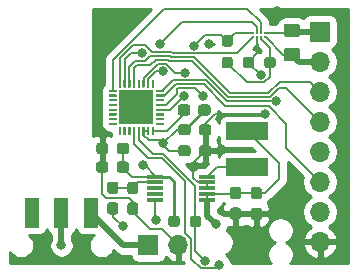
<source format=gbr>
%TF.GenerationSoftware,KiCad,Pcbnew,(5.1.10)-1*%
%TF.CreationDate,2021-10-03T20:24:18-05:00*%
%TF.ProjectId,wireless_measurement_ard,77697265-6c65-4737-935f-6d6561737572,rev?*%
%TF.SameCoordinates,Original*%
%TF.FileFunction,Copper,L2,Bot*%
%TF.FilePolarity,Positive*%
%FSLAX46Y46*%
G04 Gerber Fmt 4.6, Leading zero omitted, Abs format (unit mm)*
G04 Created by KiCad (PCBNEW (5.1.10)-1) date 2021-10-03 20:24:18*
%MOMM*%
%LPD*%
G01*
G04 APERTURE LIST*
%TA.AperFunction,SMDPad,CuDef*%
%ADD10C,0.200000*%
%TD*%
%TA.AperFunction,SMDPad,CuDef*%
%ADD11R,1.250000X2.500000*%
%TD*%
%TA.AperFunction,SMDPad,CuDef*%
%ADD12R,2.900000X2.900000*%
%TD*%
%TA.AperFunction,SMDPad,CuDef*%
%ADD13R,3.600000X1.500000*%
%TD*%
%TA.AperFunction,SMDPad,CuDef*%
%ADD14R,1.400000X0.300000*%
%TD*%
%TA.AperFunction,ComponentPad*%
%ADD15O,1.700000X1.700000*%
%TD*%
%TA.AperFunction,ComponentPad*%
%ADD16R,1.700000X1.700000*%
%TD*%
%TA.AperFunction,ViaPad*%
%ADD17C,0.800000*%
%TD*%
%TA.AperFunction,Conductor*%
%ADD18C,0.210000*%
%TD*%
%TA.AperFunction,Conductor*%
%ADD19C,0.250000*%
%TD*%
%TA.AperFunction,Conductor*%
%ADD20C,0.500000*%
%TD*%
%TA.AperFunction,Conductor*%
%ADD21C,0.254000*%
%TD*%
%TA.AperFunction,Conductor*%
%ADD22C,0.100000*%
%TD*%
G04 APERTURE END LIST*
D10*
%TO.P,U4,B4*%
%TO.N,MAX_SHDN*%
X131279900Y-78143100D03*
%TO.P,U4,A4*%
%TO.N,+3V3*%
X131279900Y-77793100D03*
%TO.P,U4,B3*%
%TO.N,GND*%
X131629900Y-78143100D03*
%TO.P,U4,A3*%
%TO.N,A0*%
X131629900Y-77793100D03*
%TO.P,U4,B2*%
%TO.N,Net-(R7-Pad2)*%
X131979900Y-78143100D03*
%TO.P,U4,A2*%
%TO.N,GAIN*%
X131979900Y-77793100D03*
%TO.P,U4,B1*%
%TO.N,C1_OUT*%
X132329900Y-78143100D03*
%TO.P,U4,A1*%
%TO.N,C1_IN*%
X132329900Y-77793100D03*
%TD*%
%TO.P,R1,2*%
%TO.N,C1_IN*%
%TA.AperFunction,SMDPad,CuDef*%
G36*
G01*
X135019201Y-78128600D02*
X134119199Y-78128600D01*
G75*
G02*
X133869200Y-77878601I0J249999D01*
G01*
X133869200Y-77228599D01*
G75*
G02*
X134119199Y-76978600I249999J0D01*
G01*
X135019201Y-76978600D01*
G75*
G02*
X135269200Y-77228599I0J-249999D01*
G01*
X135269200Y-77878601D01*
G75*
G02*
X135019201Y-78128600I-249999J0D01*
G01*
G37*
%TD.AperFunction*%
%TO.P,R1,1*%
%TO.N,C1_OUT*%
%TA.AperFunction,SMDPad,CuDef*%
G36*
G01*
X135019201Y-80178600D02*
X134119199Y-80178600D01*
G75*
G02*
X133869200Y-79928601I0J249999D01*
G01*
X133869200Y-79278599D01*
G75*
G02*
X134119199Y-79028600I249999J0D01*
G01*
X135019201Y-79028600D01*
G75*
G02*
X135269200Y-79278599I0J-249999D01*
G01*
X135269200Y-79928601D01*
G75*
G02*
X135019201Y-80178600I-249999J0D01*
G01*
G37*
%TD.AperFunction*%
%TD*%
%TO.P,R7,2*%
%TO.N,Net-(R7-Pad2)*%
%TA.AperFunction,SMDPad,CuDef*%
G36*
G01*
X128858000Y-79789200D02*
X129333000Y-79789200D01*
G75*
G02*
X129570500Y-80026700I0J-237500D01*
G01*
X129570500Y-80526700D01*
G75*
G02*
X129333000Y-80764200I-237500J0D01*
G01*
X128858000Y-80764200D01*
G75*
G02*
X128620500Y-80526700I0J237500D01*
G01*
X128620500Y-80026700D01*
G75*
G02*
X128858000Y-79789200I237500J0D01*
G01*
G37*
%TD.AperFunction*%
%TO.P,R7,1*%
%TO.N,+3V3*%
%TA.AperFunction,SMDPad,CuDef*%
G36*
G01*
X128858000Y-77964200D02*
X129333000Y-77964200D01*
G75*
G02*
X129570500Y-78201700I0J-237500D01*
G01*
X129570500Y-78701700D01*
G75*
G02*
X129333000Y-78939200I-237500J0D01*
G01*
X128858000Y-78939200D01*
G75*
G02*
X128620500Y-78701700I0J237500D01*
G01*
X128620500Y-78201700D01*
G75*
G02*
X128858000Y-77964200I237500J0D01*
G01*
G37*
%TD.AperFunction*%
%TD*%
%TO.P,C7,2*%
%TO.N,Net-(C7-Pad2)*%
%TA.AperFunction,SMDPad,CuDef*%
G36*
G01*
X125975000Y-84062500D02*
X125975000Y-84537500D01*
G75*
G02*
X125737500Y-84775000I-237500J0D01*
G01*
X125137500Y-84775000D01*
G75*
G02*
X124900000Y-84537500I0J237500D01*
G01*
X124900000Y-84062500D01*
G75*
G02*
X125137500Y-83825000I237500J0D01*
G01*
X125737500Y-83825000D01*
G75*
G02*
X125975000Y-84062500I0J-237500D01*
G01*
G37*
%TD.AperFunction*%
%TO.P,C7,1*%
%TO.N,+3V3*%
%TA.AperFunction,SMDPad,CuDef*%
G36*
G01*
X127700000Y-84062500D02*
X127700000Y-84537500D01*
G75*
G02*
X127462500Y-84775000I-237500J0D01*
G01*
X126862500Y-84775000D01*
G75*
G02*
X126625000Y-84537500I0J237500D01*
G01*
X126625000Y-84062500D01*
G75*
G02*
X126862500Y-83825000I237500J0D01*
G01*
X127462500Y-83825000D01*
G75*
G02*
X127700000Y-84062500I0J-237500D01*
G01*
G37*
%TD.AperFunction*%
%TD*%
D11*
%TO.P,SW1,3*%
%TO.N,Net-(SW1-Pad3)*%
X112562000Y-93008000D03*
%TO.P,SW1,2*%
%TO.N,VIN*%
X115062000Y-93008000D03*
%TO.P,SW1,1*%
%TO.N,BATT*%
X117562000Y-93008000D03*
%TD*%
%TO.P,U1,1*%
%TO.N,Net-(C7-Pad2)*%
%TA.AperFunction,SMDPad,CuDef*%
G36*
G01*
X122862000Y-86424000D02*
X122762000Y-86424000D01*
G75*
G02*
X122712000Y-86374000I0J50000D01*
G01*
X122712000Y-85774000D01*
G75*
G02*
X122762000Y-85724000I50000J0D01*
G01*
X122862000Y-85724000D01*
G75*
G02*
X122912000Y-85774000I0J-50000D01*
G01*
X122912000Y-86374000D01*
G75*
G02*
X122862000Y-86424000I-50000J0D01*
G01*
G37*
%TD.AperFunction*%
%TO.P,U1,2*%
%TO.N,+3V3*%
%TA.AperFunction,SMDPad,CuDef*%
G36*
G01*
X122462000Y-86424000D02*
X122362000Y-86424000D01*
G75*
G02*
X122312000Y-86374000I0J50000D01*
G01*
X122312000Y-85774000D01*
G75*
G02*
X122362000Y-85724000I50000J0D01*
G01*
X122462000Y-85724000D01*
G75*
G02*
X122512000Y-85774000I0J-50000D01*
G01*
X122512000Y-86374000D01*
G75*
G02*
X122462000Y-86424000I-50000J0D01*
G01*
G37*
%TD.AperFunction*%
%TO.P,U1,3*%
%TA.AperFunction,SMDPad,CuDef*%
G36*
G01*
X122062000Y-86424000D02*
X121962000Y-86424000D01*
G75*
G02*
X121912000Y-86374000I0J50000D01*
G01*
X121912000Y-85774000D01*
G75*
G02*
X121962000Y-85724000I50000J0D01*
G01*
X122062000Y-85724000D01*
G75*
G02*
X122112000Y-85774000I0J-50000D01*
G01*
X122112000Y-86374000D01*
G75*
G02*
X122062000Y-86424000I-50000J0D01*
G01*
G37*
%TD.AperFunction*%
%TO.P,U1,4*%
%TO.N,C2CK*%
%TA.AperFunction,SMDPad,CuDef*%
G36*
G01*
X121662000Y-86424000D02*
X121562000Y-86424000D01*
G75*
G02*
X121512000Y-86374000I0J50000D01*
G01*
X121512000Y-85774000D01*
G75*
G02*
X121562000Y-85724000I50000J0D01*
G01*
X121662000Y-85724000D01*
G75*
G02*
X121712000Y-85774000I0J-50000D01*
G01*
X121712000Y-86374000D01*
G75*
G02*
X121662000Y-86424000I-50000J0D01*
G01*
G37*
%TD.AperFunction*%
%TO.P,U1,5*%
%TO.N,C2D*%
%TA.AperFunction,SMDPad,CuDef*%
G36*
G01*
X121262000Y-86424000D02*
X121162000Y-86424000D01*
G75*
G02*
X121112000Y-86374000I0J50000D01*
G01*
X121112000Y-85774000D01*
G75*
G02*
X121162000Y-85724000I50000J0D01*
G01*
X121262000Y-85724000D01*
G75*
G02*
X121312000Y-85774000I0J-50000D01*
G01*
X121312000Y-86374000D01*
G75*
G02*
X121262000Y-86424000I-50000J0D01*
G01*
G37*
%TD.AperFunction*%
%TO.P,U1,6*%
%TO.N,Net-(U1-Pad6)*%
%TA.AperFunction,SMDPad,CuDef*%
G36*
G01*
X120862000Y-86424000D02*
X120762000Y-86424000D01*
G75*
G02*
X120712000Y-86374000I0J50000D01*
G01*
X120712000Y-85774000D01*
G75*
G02*
X120762000Y-85724000I50000J0D01*
G01*
X120862000Y-85724000D01*
G75*
G02*
X120912000Y-85774000I0J-50000D01*
G01*
X120912000Y-86374000D01*
G75*
G02*
X120862000Y-86424000I-50000J0D01*
G01*
G37*
%TD.AperFunction*%
%TO.P,U1,7*%
%TO.N,Net-(U1-Pad7)*%
%TA.AperFunction,SMDPad,CuDef*%
G36*
G01*
X120462000Y-86424000D02*
X120362000Y-86424000D01*
G75*
G02*
X120312000Y-86374000I0J50000D01*
G01*
X120312000Y-85774000D01*
G75*
G02*
X120362000Y-85724000I50000J0D01*
G01*
X120462000Y-85724000D01*
G75*
G02*
X120512000Y-85774000I0J-50000D01*
G01*
X120512000Y-86374000D01*
G75*
G02*
X120462000Y-86424000I-50000J0D01*
G01*
G37*
%TD.AperFunction*%
%TO.P,U1,8*%
%TO.N,Net-(U1-Pad8)*%
%TA.AperFunction,SMDPad,CuDef*%
G36*
G01*
X120062000Y-86424000D02*
X119962000Y-86424000D01*
G75*
G02*
X119912000Y-86374000I0J50000D01*
G01*
X119912000Y-85774000D01*
G75*
G02*
X119962000Y-85724000I50000J0D01*
G01*
X120062000Y-85724000D01*
G75*
G02*
X120112000Y-85774000I0J-50000D01*
G01*
X120112000Y-86374000D01*
G75*
G02*
X120062000Y-86424000I-50000J0D01*
G01*
G37*
%TD.AperFunction*%
%TO.P,U1,9*%
%TO.N,Net-(U1-Pad9)*%
%TA.AperFunction,SMDPad,CuDef*%
G36*
G01*
X119712000Y-85574000D02*
X119112000Y-85574000D01*
G75*
G02*
X119062000Y-85524000I0J50000D01*
G01*
X119062000Y-85424000D01*
G75*
G02*
X119112000Y-85374000I50000J0D01*
G01*
X119712000Y-85374000D01*
G75*
G02*
X119762000Y-85424000I0J-50000D01*
G01*
X119762000Y-85524000D01*
G75*
G02*
X119712000Y-85574000I-50000J0D01*
G01*
G37*
%TD.AperFunction*%
%TO.P,U1,10*%
%TO.N,Net-(U1-Pad10)*%
%TA.AperFunction,SMDPad,CuDef*%
G36*
G01*
X119712000Y-85174000D02*
X119112000Y-85174000D01*
G75*
G02*
X119062000Y-85124000I0J50000D01*
G01*
X119062000Y-85024000D01*
G75*
G02*
X119112000Y-84974000I50000J0D01*
G01*
X119712000Y-84974000D01*
G75*
G02*
X119762000Y-85024000I0J-50000D01*
G01*
X119762000Y-85124000D01*
G75*
G02*
X119712000Y-85174000I-50000J0D01*
G01*
G37*
%TD.AperFunction*%
%TO.P,U1,11*%
%TO.N,Net-(U1-Pad11)*%
%TA.AperFunction,SMDPad,CuDef*%
G36*
G01*
X119712000Y-84774000D02*
X119112000Y-84774000D01*
G75*
G02*
X119062000Y-84724000I0J50000D01*
G01*
X119062000Y-84624000D01*
G75*
G02*
X119112000Y-84574000I50000J0D01*
G01*
X119712000Y-84574000D01*
G75*
G02*
X119762000Y-84624000I0J-50000D01*
G01*
X119762000Y-84724000D01*
G75*
G02*
X119712000Y-84774000I-50000J0D01*
G01*
G37*
%TD.AperFunction*%
%TO.P,U1,12*%
%TO.N,Net-(U1-Pad12)*%
%TA.AperFunction,SMDPad,CuDef*%
G36*
G01*
X119712000Y-84374000D02*
X119112000Y-84374000D01*
G75*
G02*
X119062000Y-84324000I0J50000D01*
G01*
X119062000Y-84224000D01*
G75*
G02*
X119112000Y-84174000I50000J0D01*
G01*
X119712000Y-84174000D01*
G75*
G02*
X119762000Y-84224000I0J-50000D01*
G01*
X119762000Y-84324000D01*
G75*
G02*
X119712000Y-84374000I-50000J0D01*
G01*
G37*
%TD.AperFunction*%
%TO.P,U1,13*%
%TO.N,Net-(U1-Pad13)*%
%TA.AperFunction,SMDPad,CuDef*%
G36*
G01*
X119712000Y-83974000D02*
X119112000Y-83974000D01*
G75*
G02*
X119062000Y-83924000I0J50000D01*
G01*
X119062000Y-83824000D01*
G75*
G02*
X119112000Y-83774000I50000J0D01*
G01*
X119712000Y-83774000D01*
G75*
G02*
X119762000Y-83824000I0J-50000D01*
G01*
X119762000Y-83924000D01*
G75*
G02*
X119712000Y-83974000I-50000J0D01*
G01*
G37*
%TD.AperFunction*%
%TO.P,U1,14*%
%TO.N,Net-(U1-Pad14)*%
%TA.AperFunction,SMDPad,CuDef*%
G36*
G01*
X119712000Y-83574000D02*
X119112000Y-83574000D01*
G75*
G02*
X119062000Y-83524000I0J50000D01*
G01*
X119062000Y-83424000D01*
G75*
G02*
X119112000Y-83374000I50000J0D01*
G01*
X119712000Y-83374000D01*
G75*
G02*
X119762000Y-83424000I0J-50000D01*
G01*
X119762000Y-83524000D01*
G75*
G02*
X119712000Y-83574000I-50000J0D01*
G01*
G37*
%TD.AperFunction*%
%TO.P,U1,15*%
%TO.N,Net-(U1-Pad15)*%
%TA.AperFunction,SMDPad,CuDef*%
G36*
G01*
X119712000Y-83174000D02*
X119112000Y-83174000D01*
G75*
G02*
X119062000Y-83124000I0J50000D01*
G01*
X119062000Y-83024000D01*
G75*
G02*
X119112000Y-82974000I50000J0D01*
G01*
X119712000Y-82974000D01*
G75*
G02*
X119762000Y-83024000I0J-50000D01*
G01*
X119762000Y-83124000D01*
G75*
G02*
X119712000Y-83174000I-50000J0D01*
G01*
G37*
%TD.AperFunction*%
%TO.P,U1,16*%
%TO.N,GAIN*%
%TA.AperFunction,SMDPad,CuDef*%
G36*
G01*
X119712000Y-82774000D02*
X119112000Y-82774000D01*
G75*
G02*
X119062000Y-82724000I0J50000D01*
G01*
X119062000Y-82624000D01*
G75*
G02*
X119112000Y-82574000I50000J0D01*
G01*
X119712000Y-82574000D01*
G75*
G02*
X119762000Y-82624000I0J-50000D01*
G01*
X119762000Y-82724000D01*
G75*
G02*
X119712000Y-82774000I-50000J0D01*
G01*
G37*
%TD.AperFunction*%
%TO.P,U1,17*%
%TO.N,MAX_SHDN*%
%TA.AperFunction,SMDPad,CuDef*%
G36*
G01*
X120062000Y-82424000D02*
X119962000Y-82424000D01*
G75*
G02*
X119912000Y-82374000I0J50000D01*
G01*
X119912000Y-81774000D01*
G75*
G02*
X119962000Y-81724000I50000J0D01*
G01*
X120062000Y-81724000D01*
G75*
G02*
X120112000Y-81774000I0J-50000D01*
G01*
X120112000Y-82374000D01*
G75*
G02*
X120062000Y-82424000I-50000J0D01*
G01*
G37*
%TD.AperFunction*%
%TO.P,U1,18*%
%TO.N,A0*%
%TA.AperFunction,SMDPad,CuDef*%
G36*
G01*
X120462000Y-82424000D02*
X120362000Y-82424000D01*
G75*
G02*
X120312000Y-82374000I0J50000D01*
G01*
X120312000Y-81774000D01*
G75*
G02*
X120362000Y-81724000I50000J0D01*
G01*
X120462000Y-81724000D01*
G75*
G02*
X120512000Y-81774000I0J-50000D01*
G01*
X120512000Y-82374000D01*
G75*
G02*
X120462000Y-82424000I-50000J0D01*
G01*
G37*
%TD.AperFunction*%
%TO.P,U1,19*%
%TO.N,A1*%
%TA.AperFunction,SMDPad,CuDef*%
G36*
G01*
X120862000Y-82424000D02*
X120762000Y-82424000D01*
G75*
G02*
X120712000Y-82374000I0J50000D01*
G01*
X120712000Y-81774000D01*
G75*
G02*
X120762000Y-81724000I50000J0D01*
G01*
X120862000Y-81724000D01*
G75*
G02*
X120912000Y-81774000I0J-50000D01*
G01*
X120912000Y-82374000D01*
G75*
G02*
X120862000Y-82424000I-50000J0D01*
G01*
G37*
%TD.AperFunction*%
%TO.P,U1,20*%
%TO.N,A2*%
%TA.AperFunction,SMDPad,CuDef*%
G36*
G01*
X121262000Y-82424000D02*
X121162000Y-82424000D01*
G75*
G02*
X121112000Y-82374000I0J50000D01*
G01*
X121112000Y-81774000D01*
G75*
G02*
X121162000Y-81724000I50000J0D01*
G01*
X121262000Y-81724000D01*
G75*
G02*
X121312000Y-81774000I0J-50000D01*
G01*
X121312000Y-82374000D01*
G75*
G02*
X121262000Y-82424000I-50000J0D01*
G01*
G37*
%TD.AperFunction*%
%TO.P,U1,21*%
%TO.N,Net-(U1-Pad21)*%
%TA.AperFunction,SMDPad,CuDef*%
G36*
G01*
X121662000Y-82424000D02*
X121562000Y-82424000D01*
G75*
G02*
X121512000Y-82374000I0J50000D01*
G01*
X121512000Y-81774000D01*
G75*
G02*
X121562000Y-81724000I50000J0D01*
G01*
X121662000Y-81724000D01*
G75*
G02*
X121712000Y-81774000I0J-50000D01*
G01*
X121712000Y-82374000D01*
G75*
G02*
X121662000Y-82424000I-50000J0D01*
G01*
G37*
%TD.AperFunction*%
%TO.P,U1,22*%
%TO.N,STATUS*%
%TA.AperFunction,SMDPad,CuDef*%
G36*
G01*
X122062000Y-82424000D02*
X121962000Y-82424000D01*
G75*
G02*
X121912000Y-82374000I0J50000D01*
G01*
X121912000Y-81774000D01*
G75*
G02*
X121962000Y-81724000I50000J0D01*
G01*
X122062000Y-81724000D01*
G75*
G02*
X122112000Y-81774000I0J-50000D01*
G01*
X122112000Y-82374000D01*
G75*
G02*
X122062000Y-82424000I-50000J0D01*
G01*
G37*
%TD.AperFunction*%
%TO.P,U1,23*%
%TO.N,PWRC*%
%TA.AperFunction,SMDPad,CuDef*%
G36*
G01*
X122462000Y-82424000D02*
X122362000Y-82424000D01*
G75*
G02*
X122312000Y-82374000I0J50000D01*
G01*
X122312000Y-81774000D01*
G75*
G02*
X122362000Y-81724000I50000J0D01*
G01*
X122462000Y-81724000D01*
G75*
G02*
X122512000Y-81774000I0J-50000D01*
G01*
X122512000Y-82374000D01*
G75*
G02*
X122462000Y-82424000I-50000J0D01*
G01*
G37*
%TD.AperFunction*%
%TO.P,U1,24*%
%TO.N,Net-(U1-Pad24)*%
%TA.AperFunction,SMDPad,CuDef*%
G36*
G01*
X122862000Y-82424000D02*
X122762000Y-82424000D01*
G75*
G02*
X122712000Y-82374000I0J50000D01*
G01*
X122712000Y-81774000D01*
G75*
G02*
X122762000Y-81724000I50000J0D01*
G01*
X122862000Y-81724000D01*
G75*
G02*
X122912000Y-81774000I0J-50000D01*
G01*
X122912000Y-82374000D01*
G75*
G02*
X122862000Y-82424000I-50000J0D01*
G01*
G37*
%TD.AperFunction*%
%TO.P,U1,25*%
%TO.N,LED*%
%TA.AperFunction,SMDPad,CuDef*%
G36*
G01*
X123712000Y-82774000D02*
X123112000Y-82774000D01*
G75*
G02*
X123062000Y-82724000I0J50000D01*
G01*
X123062000Y-82624000D01*
G75*
G02*
X123112000Y-82574000I50000J0D01*
G01*
X123712000Y-82574000D01*
G75*
G02*
X123762000Y-82624000I0J-50000D01*
G01*
X123762000Y-82724000D01*
G75*
G02*
X123712000Y-82774000I-50000J0D01*
G01*
G37*
%TD.AperFunction*%
%TO.P,U1,26*%
%TO.N,A4*%
%TA.AperFunction,SMDPad,CuDef*%
G36*
G01*
X123712000Y-83174000D02*
X123112000Y-83174000D01*
G75*
G02*
X123062000Y-83124000I0J50000D01*
G01*
X123062000Y-83024000D01*
G75*
G02*
X123112000Y-82974000I50000J0D01*
G01*
X123712000Y-82974000D01*
G75*
G02*
X123762000Y-83024000I0J-50000D01*
G01*
X123762000Y-83124000D01*
G75*
G02*
X123712000Y-83174000I-50000J0D01*
G01*
G37*
%TD.AperFunction*%
%TO.P,U1,27*%
%TO.N,Net-(U1-Pad27)*%
%TA.AperFunction,SMDPad,CuDef*%
G36*
G01*
X123712000Y-83574000D02*
X123112000Y-83574000D01*
G75*
G02*
X123062000Y-83524000I0J50000D01*
G01*
X123062000Y-83424000D01*
G75*
G02*
X123112000Y-83374000I50000J0D01*
G01*
X123712000Y-83374000D01*
G75*
G02*
X123762000Y-83424000I0J-50000D01*
G01*
X123762000Y-83524000D01*
G75*
G02*
X123712000Y-83574000I-50000J0D01*
G01*
G37*
%TD.AperFunction*%
%TO.P,U1,28*%
%TO.N,ARD_RX*%
%TA.AperFunction,SMDPad,CuDef*%
G36*
G01*
X123712000Y-83974000D02*
X123112000Y-83974000D01*
G75*
G02*
X123062000Y-83924000I0J50000D01*
G01*
X123062000Y-83824000D01*
G75*
G02*
X123112000Y-83774000I50000J0D01*
G01*
X123712000Y-83774000D01*
G75*
G02*
X123762000Y-83824000I0J-50000D01*
G01*
X123762000Y-83924000D01*
G75*
G02*
X123712000Y-83974000I-50000J0D01*
G01*
G37*
%TD.AperFunction*%
%TO.P,U1,29*%
%TO.N,ARD_TX*%
%TA.AperFunction,SMDPad,CuDef*%
G36*
G01*
X123712000Y-84374000D02*
X123112000Y-84374000D01*
G75*
G02*
X123062000Y-84324000I0J50000D01*
G01*
X123062000Y-84224000D01*
G75*
G02*
X123112000Y-84174000I50000J0D01*
G01*
X123712000Y-84174000D01*
G75*
G02*
X123762000Y-84224000I0J-50000D01*
G01*
X123762000Y-84324000D01*
G75*
G02*
X123712000Y-84374000I-50000J0D01*
G01*
G37*
%TD.AperFunction*%
%TO.P,U1,30*%
%TO.N,Net-(U1-Pad30)*%
%TA.AperFunction,SMDPad,CuDef*%
G36*
G01*
X123712000Y-84774000D02*
X123112000Y-84774000D01*
G75*
G02*
X123062000Y-84724000I0J50000D01*
G01*
X123062000Y-84624000D01*
G75*
G02*
X123112000Y-84574000I50000J0D01*
G01*
X123712000Y-84574000D01*
G75*
G02*
X123762000Y-84624000I0J-50000D01*
G01*
X123762000Y-84724000D01*
G75*
G02*
X123712000Y-84774000I-50000J0D01*
G01*
G37*
%TD.AperFunction*%
%TO.P,U1,31*%
%TO.N,Net-(U1-Pad31)*%
%TA.AperFunction,SMDPad,CuDef*%
G36*
G01*
X123712000Y-85174000D02*
X123112000Y-85174000D01*
G75*
G02*
X123062000Y-85124000I0J50000D01*
G01*
X123062000Y-85024000D01*
G75*
G02*
X123112000Y-84974000I50000J0D01*
G01*
X123712000Y-84974000D01*
G75*
G02*
X123762000Y-85024000I0J-50000D01*
G01*
X123762000Y-85124000D01*
G75*
G02*
X123712000Y-85174000I-50000J0D01*
G01*
G37*
%TD.AperFunction*%
%TO.P,U1,32*%
%TO.N,Net-(U1-Pad32)*%
%TA.AperFunction,SMDPad,CuDef*%
G36*
G01*
X123712000Y-85574000D02*
X123112000Y-85574000D01*
G75*
G02*
X123062000Y-85524000I0J50000D01*
G01*
X123062000Y-85424000D01*
G75*
G02*
X123112000Y-85374000I50000J0D01*
G01*
X123712000Y-85374000D01*
G75*
G02*
X123762000Y-85424000I0J-50000D01*
G01*
X123762000Y-85524000D01*
G75*
G02*
X123712000Y-85574000I-50000J0D01*
G01*
G37*
%TD.AperFunction*%
D12*
%TO.P,U1,33*%
%TO.N,GND*%
X121412000Y-84074000D03*
%TD*%
%TO.P,R8,2*%
%TO.N,GND*%
%TA.AperFunction,SMDPad,CuDef*%
G36*
G01*
X131377500Y-80039200D02*
X131377500Y-80514200D01*
G75*
G02*
X131140000Y-80751700I-237500J0D01*
G01*
X130640000Y-80751700D01*
G75*
G02*
X130402500Y-80514200I0J237500D01*
G01*
X130402500Y-80039200D01*
G75*
G02*
X130640000Y-79801700I237500J0D01*
G01*
X131140000Y-79801700D01*
G75*
G02*
X131377500Y-80039200I0J-237500D01*
G01*
G37*
%TD.AperFunction*%
%TO.P,R8,1*%
%TO.N,Net-(R7-Pad2)*%
%TA.AperFunction,SMDPad,CuDef*%
G36*
G01*
X133202500Y-80039200D02*
X133202500Y-80514200D01*
G75*
G02*
X132965000Y-80751700I-237500J0D01*
G01*
X132465000Y-80751700D01*
G75*
G02*
X132227500Y-80514200I0J237500D01*
G01*
X132227500Y-80039200D01*
G75*
G02*
X132465000Y-79801700I237500J0D01*
G01*
X132965000Y-79801700D01*
G75*
G02*
X133202500Y-80039200I0J-237500D01*
G01*
G37*
%TD.AperFunction*%
%TD*%
D13*
%TO.P,L1,2*%
%TO.N,Net-(L1-Pad2)*%
X130810000Y-89155000D03*
%TO.P,L1,1*%
%TO.N,VIN*%
X130810000Y-86105000D03*
%TD*%
D14*
%TO.P,U3,10*%
%TO.N,VIN*%
X127422000Y-91932000D03*
%TO.P,U3,9*%
X127422000Y-91432000D03*
%TO.P,U3,8*%
%TO.N,GND*%
X127422000Y-90932000D03*
%TO.P,U3,7*%
X127422000Y-90432000D03*
%TO.P,U3,6*%
%TO.N,Net-(L1-Pad2)*%
X127422000Y-89932000D03*
%TO.P,U3,5*%
%TO.N,+3V3*%
X123022000Y-89932000D03*
%TO.P,U3,4*%
%TO.N,VFB*%
X123022000Y-90432000D03*
%TO.P,U3,3*%
%TO.N,PGT*%
X123022000Y-90932000D03*
%TO.P,U3,2*%
%TO.N,LBO*%
X123022000Y-91432000D03*
%TO.P,U3,1*%
%TO.N,VIN*%
X123022000Y-91932000D03*
%TD*%
%TO.P,R6,2*%
%TO.N,C2CK*%
%TA.AperFunction,SMDPad,CuDef*%
G36*
G01*
X125924500Y-93963500D02*
X125924500Y-93488500D01*
G75*
G02*
X126162000Y-93251000I237500J0D01*
G01*
X126662000Y-93251000D01*
G75*
G02*
X126899500Y-93488500I0J-237500D01*
G01*
X126899500Y-93963500D01*
G75*
G02*
X126662000Y-94201000I-237500J0D01*
G01*
X126162000Y-94201000D01*
G75*
G02*
X125924500Y-93963500I0J237500D01*
G01*
G37*
%TD.AperFunction*%
%TO.P,R6,1*%
%TO.N,+3V3*%
%TA.AperFunction,SMDPad,CuDef*%
G36*
G01*
X124099500Y-93963500D02*
X124099500Y-93488500D01*
G75*
G02*
X124337000Y-93251000I237500J0D01*
G01*
X124837000Y-93251000D01*
G75*
G02*
X125074500Y-93488500I0J-237500D01*
G01*
X125074500Y-93963500D01*
G75*
G02*
X124837000Y-94201000I-237500J0D01*
G01*
X124337000Y-94201000D01*
G75*
G02*
X124099500Y-93963500I0J237500D01*
G01*
G37*
%TD.AperFunction*%
%TD*%
%TO.P,C6,2*%
%TO.N,GND*%
%TA.AperFunction,SMDPad,CuDef*%
G36*
G01*
X126701000Y-87994500D02*
X126701000Y-87519500D01*
G75*
G02*
X126938500Y-87282000I237500J0D01*
G01*
X127513500Y-87282000D01*
G75*
G02*
X127751000Y-87519500I0J-237500D01*
G01*
X127751000Y-87994500D01*
G75*
G02*
X127513500Y-88232000I-237500J0D01*
G01*
X126938500Y-88232000D01*
G75*
G02*
X126701000Y-87994500I0J237500D01*
G01*
G37*
%TD.AperFunction*%
%TO.P,C6,1*%
%TO.N,+3V3*%
%TA.AperFunction,SMDPad,CuDef*%
G36*
G01*
X124951000Y-87994500D02*
X124951000Y-87519500D01*
G75*
G02*
X125188500Y-87282000I237500J0D01*
G01*
X125763500Y-87282000D01*
G75*
G02*
X126001000Y-87519500I0J-237500D01*
G01*
X126001000Y-87994500D01*
G75*
G02*
X125763500Y-88232000I-237500J0D01*
G01*
X125188500Y-88232000D01*
G75*
G02*
X124951000Y-87994500I0J237500D01*
G01*
G37*
%TD.AperFunction*%
%TD*%
%TO.P,C5,2*%
%TO.N,GND*%
%TA.AperFunction,SMDPad,CuDef*%
G36*
G01*
X126701000Y-86216500D02*
X126701000Y-85741500D01*
G75*
G02*
X126938500Y-85504000I237500J0D01*
G01*
X127513500Y-85504000D01*
G75*
G02*
X127751000Y-85741500I0J-237500D01*
G01*
X127751000Y-86216500D01*
G75*
G02*
X127513500Y-86454000I-237500J0D01*
G01*
X126938500Y-86454000D01*
G75*
G02*
X126701000Y-86216500I0J237500D01*
G01*
G37*
%TD.AperFunction*%
%TO.P,C5,1*%
%TO.N,+3V3*%
%TA.AperFunction,SMDPad,CuDef*%
G36*
G01*
X124951000Y-86216500D02*
X124951000Y-85741500D01*
G75*
G02*
X125188500Y-85504000I237500J0D01*
G01*
X125763500Y-85504000D01*
G75*
G02*
X126001000Y-85741500I0J-237500D01*
G01*
X126001000Y-86216500D01*
G75*
G02*
X125763500Y-86454000I-237500J0D01*
G01*
X125188500Y-86454000D01*
G75*
G02*
X124951000Y-86216500I0J237500D01*
G01*
G37*
%TD.AperFunction*%
%TD*%
%TO.P,R5,2*%
%TO.N,VFB*%
%TA.AperFunction,SMDPad,CuDef*%
G36*
G01*
X121344700Y-91420200D02*
X120869700Y-91420200D01*
G75*
G02*
X120632200Y-91182700I0J237500D01*
G01*
X120632200Y-90607700D01*
G75*
G02*
X120869700Y-90370200I237500J0D01*
G01*
X121344700Y-90370200D01*
G75*
G02*
X121582200Y-90607700I0J-237500D01*
G01*
X121582200Y-91182700D01*
G75*
G02*
X121344700Y-91420200I-237500J0D01*
G01*
G37*
%TD.AperFunction*%
%TO.P,R5,1*%
%TO.N,GND*%
%TA.AperFunction,SMDPad,CuDef*%
G36*
G01*
X121344700Y-93170200D02*
X120869700Y-93170200D01*
G75*
G02*
X120632200Y-92932700I0J237500D01*
G01*
X120632200Y-92357700D01*
G75*
G02*
X120869700Y-92120200I237500J0D01*
G01*
X121344700Y-92120200D01*
G75*
G02*
X121582200Y-92357700I0J-237500D01*
G01*
X121582200Y-92932700D01*
G75*
G02*
X121344700Y-93170200I-237500J0D01*
G01*
G37*
%TD.AperFunction*%
%TD*%
%TO.P,R4,2*%
%TO.N,+3V3*%
%TA.AperFunction,SMDPad,CuDef*%
G36*
G01*
X119167900Y-92108800D02*
X119642900Y-92108800D01*
G75*
G02*
X119880400Y-92346300I0J-237500D01*
G01*
X119880400Y-92921300D01*
G75*
G02*
X119642900Y-93158800I-237500J0D01*
G01*
X119167900Y-93158800D01*
G75*
G02*
X118930400Y-92921300I0J237500D01*
G01*
X118930400Y-92346300D01*
G75*
G02*
X119167900Y-92108800I237500J0D01*
G01*
G37*
%TD.AperFunction*%
%TO.P,R4,1*%
%TO.N,VFB*%
%TA.AperFunction,SMDPad,CuDef*%
G36*
G01*
X119167900Y-90358800D02*
X119642900Y-90358800D01*
G75*
G02*
X119880400Y-90596300I0J-237500D01*
G01*
X119880400Y-91171300D01*
G75*
G02*
X119642900Y-91408800I-237500J0D01*
G01*
X119167900Y-91408800D01*
G75*
G02*
X118930400Y-91171300I0J237500D01*
G01*
X118930400Y-90596300D01*
G75*
G02*
X119167900Y-90358800I237500J0D01*
G01*
G37*
%TD.AperFunction*%
%TD*%
D15*
%TO.P,J1,8*%
%TO.N,GND*%
X136956800Y-95453200D03*
%TO.P,J1,7*%
%TO.N,+3V3*%
X136956800Y-92913200D03*
%TO.P,J1,6*%
%TO.N,A4*%
X136956800Y-90373200D03*
%TO.P,J1,5*%
%TO.N,VHIGH*%
X136956800Y-87833200D03*
%TO.P,J1,4*%
%TO.N,A2*%
X136956800Y-85293200D03*
%TO.P,J1,3*%
%TO.N,A1*%
X136956800Y-82753200D03*
%TO.P,J1,2*%
%TO.N,C1_OUT*%
X136956800Y-80213200D03*
D16*
%TO.P,J1,1*%
%TO.N,C1_IN*%
X136956800Y-77673200D03*
%TD*%
%TO.P,C3,2*%
%TO.N,GND*%
%TA.AperFunction,SMDPad,CuDef*%
G36*
G01*
X131334500Y-92566000D02*
X131809500Y-92566000D01*
G75*
G02*
X132047000Y-92803500I0J-237500D01*
G01*
X132047000Y-93378500D01*
G75*
G02*
X131809500Y-93616000I-237500J0D01*
G01*
X131334500Y-93616000D01*
G75*
G02*
X131097000Y-93378500I0J237500D01*
G01*
X131097000Y-92803500D01*
G75*
G02*
X131334500Y-92566000I237500J0D01*
G01*
G37*
%TD.AperFunction*%
%TO.P,C3,1*%
%TO.N,VIN*%
%TA.AperFunction,SMDPad,CuDef*%
G36*
G01*
X131334500Y-90816000D02*
X131809500Y-90816000D01*
G75*
G02*
X132047000Y-91053500I0J-237500D01*
G01*
X132047000Y-91628500D01*
G75*
G02*
X131809500Y-91866000I-237500J0D01*
G01*
X131334500Y-91866000D01*
G75*
G02*
X131097000Y-91628500I0J237500D01*
G01*
X131097000Y-91053500D01*
G75*
G02*
X131334500Y-90816000I237500J0D01*
G01*
G37*
%TD.AperFunction*%
%TD*%
%TO.P,C2,2*%
%TO.N,GND*%
%TA.AperFunction,SMDPad,CuDef*%
G36*
G01*
X119041400Y-88891100D02*
X119041400Y-89366100D01*
G75*
G02*
X118803900Y-89603600I-237500J0D01*
G01*
X118228900Y-89603600D01*
G75*
G02*
X117991400Y-89366100I0J237500D01*
G01*
X117991400Y-88891100D01*
G75*
G02*
X118228900Y-88653600I237500J0D01*
G01*
X118803900Y-88653600D01*
G75*
G02*
X119041400Y-88891100I0J-237500D01*
G01*
G37*
%TD.AperFunction*%
%TO.P,C2,1*%
%TO.N,+3V3*%
%TA.AperFunction,SMDPad,CuDef*%
G36*
G01*
X120791400Y-88891100D02*
X120791400Y-89366100D01*
G75*
G02*
X120553900Y-89603600I-237500J0D01*
G01*
X119978900Y-89603600D01*
G75*
G02*
X119741400Y-89366100I0J237500D01*
G01*
X119741400Y-88891100D01*
G75*
G02*
X119978900Y-88653600I237500J0D01*
G01*
X120553900Y-88653600D01*
G75*
G02*
X120791400Y-88891100I0J-237500D01*
G01*
G37*
%TD.AperFunction*%
%TD*%
D15*
%TO.P,Battery1,2*%
%TO.N,GND*%
X124968000Y-95758000D03*
D16*
%TO.P,Battery1,1*%
%TO.N,BATT*%
X122428000Y-95758000D03*
%TD*%
%TO.P,C4,2*%
%TO.N,GND*%
%TA.AperFunction,SMDPad,CuDef*%
G36*
G01*
X129556500Y-92552000D02*
X130031500Y-92552000D01*
G75*
G02*
X130269000Y-92789500I0J-237500D01*
G01*
X130269000Y-93364500D01*
G75*
G02*
X130031500Y-93602000I-237500J0D01*
G01*
X129556500Y-93602000D01*
G75*
G02*
X129319000Y-93364500I0J237500D01*
G01*
X129319000Y-92789500D01*
G75*
G02*
X129556500Y-92552000I237500J0D01*
G01*
G37*
%TD.AperFunction*%
%TO.P,C4,1*%
%TO.N,VIN*%
%TA.AperFunction,SMDPad,CuDef*%
G36*
G01*
X129556500Y-90802000D02*
X130031500Y-90802000D01*
G75*
G02*
X130269000Y-91039500I0J-237500D01*
G01*
X130269000Y-91614500D01*
G75*
G02*
X130031500Y-91852000I-237500J0D01*
G01*
X129556500Y-91852000D01*
G75*
G02*
X129319000Y-91614500I0J237500D01*
G01*
X129319000Y-91039500D01*
G75*
G02*
X129556500Y-90802000I237500J0D01*
G01*
G37*
%TD.AperFunction*%
%TD*%
%TO.P,C1,2*%
%TO.N,GND*%
%TA.AperFunction,SMDPad,CuDef*%
G36*
G01*
X119044000Y-87316300D02*
X119044000Y-87791300D01*
G75*
G02*
X118806500Y-88028800I-237500J0D01*
G01*
X118231500Y-88028800D01*
G75*
G02*
X117994000Y-87791300I0J237500D01*
G01*
X117994000Y-87316300D01*
G75*
G02*
X118231500Y-87078800I237500J0D01*
G01*
X118806500Y-87078800D01*
G75*
G02*
X119044000Y-87316300I0J-237500D01*
G01*
G37*
%TD.AperFunction*%
%TO.P,C1,1*%
%TO.N,+3V3*%
%TA.AperFunction,SMDPad,CuDef*%
G36*
G01*
X120794000Y-87316300D02*
X120794000Y-87791300D01*
G75*
G02*
X120556500Y-88028800I-237500J0D01*
G01*
X119981500Y-88028800D01*
G75*
G02*
X119744000Y-87791300I0J237500D01*
G01*
X119744000Y-87316300D01*
G75*
G02*
X119981500Y-87078800I237500J0D01*
G01*
X120556500Y-87078800D01*
G75*
G02*
X120794000Y-87316300I0J-237500D01*
G01*
G37*
%TD.AperFunction*%
%TD*%
D17*
%TO.N,GND*%
X121437400Y-84099400D03*
X133349976Y-75946000D03*
X139039600Y-78816200D03*
X119062500Y-79070200D03*
X132269377Y-84652075D03*
X131940300Y-81330800D03*
X127580398Y-78702042D03*
%TO.N,+3V3*%
X123698000Y-87122000D03*
X120243600Y-94157800D03*
X121945400Y-88976200D03*
X126326900Y-78841600D03*
%TO.N,ARD_RX*%
X127025785Y-83131525D03*
%TO.N,A0*%
X121920000Y-79438500D03*
X123405900Y-78735958D03*
%TO.N,PWRC*%
X123634500Y-81026000D03*
%TO.N,ARD_TX*%
X125476008Y-83108955D03*
%TO.N,VIN*%
X115062000Y-95758000D03*
X128143000Y-93980010D03*
X123063000Y-93599000D03*
%TO.N,STATUS*%
X125489788Y-81158922D03*
%TO.N,C2D*%
X128437642Y-97388021D03*
%TO.N,C2CK*%
X127248771Y-97054980D03*
%TO.N,LED*%
X133262766Y-83569871D03*
%TD*%
D18*
%TO.N,A2*%
X137160000Y-85852000D02*
X136398000Y-85852000D01*
X134106221Y-82442621D02*
X136956800Y-85293200D01*
X133491976Y-82442620D02*
X134106221Y-82442621D01*
X132729975Y-83204621D02*
X133491976Y-82442620D01*
X126117392Y-80165288D02*
X129156725Y-83204621D01*
X124207139Y-80165287D02*
X126117392Y-80165288D01*
X124092840Y-80050988D02*
X124207139Y-80165287D01*
X123036460Y-80050988D02*
X124092840Y-80050988D01*
X121437400Y-80518000D02*
X122569448Y-80518000D01*
X121212000Y-80743400D02*
X121437400Y-80518000D01*
X122569448Y-80518000D02*
X123036460Y-80050988D01*
X129156725Y-83204621D02*
X132729975Y-83204621D01*
X121212000Y-82074000D02*
X121212000Y-80743400D01*
%TO.N,GND*%
X127422000Y-90432000D02*
X127422000Y-90932000D01*
X131558000Y-93077000D02*
X131572000Y-93091000D01*
X129794000Y-93077000D02*
X131558000Y-93077000D01*
X124968000Y-95758000D02*
X123571000Y-94361000D01*
X123571000Y-94361000D02*
X122555000Y-94361000D01*
X122555000Y-94361000D02*
X121158000Y-92964000D01*
X127226000Y-85979000D02*
X127226000Y-87757000D01*
X126238000Y-88745000D02*
X127226000Y-87757000D01*
X126238000Y-90021002D02*
X126238000Y-88745000D01*
X126648998Y-90432000D02*
X126238000Y-90021002D01*
X127422000Y-90432000D02*
X126648998Y-90432000D01*
X118516400Y-91427300D02*
X118516400Y-89128600D01*
X118859300Y-91770200D02*
X118516400Y-91427300D01*
X120757200Y-91770200D02*
X118859300Y-91770200D01*
X121107200Y-92120200D02*
X120757200Y-91770200D01*
X121107200Y-92645200D02*
X121107200Y-92120200D01*
X127226000Y-85504000D02*
X128077925Y-84652075D01*
X127226000Y-85979000D02*
X127226000Y-85504000D01*
X128077925Y-84652075D02*
X132269377Y-84652075D01*
X138486380Y-78816200D02*
X139039600Y-78816200D01*
X138483590Y-78818990D02*
X138486380Y-78816200D01*
X131629900Y-78709000D02*
X131739890Y-78818990D01*
X131629900Y-78143100D02*
X131629900Y-78709000D01*
X131739890Y-79426810D02*
X130890000Y-80276700D01*
X131739890Y-78818990D02*
X131739890Y-79426810D01*
X130890000Y-80280500D02*
X131940300Y-81330800D01*
X130890000Y-80276700D02*
X130890000Y-80280500D01*
X127508000Y-78359000D02*
X127508000Y-78629644D01*
X127508000Y-78629644D02*
X127580398Y-78702042D01*
%TO.N,+3V3*%
X125476000Y-87757000D02*
X124206000Y-87757000D01*
D19*
X123022000Y-89932000D02*
X124190000Y-89932000D01*
X124587000Y-90329000D02*
X124587000Y-93726000D01*
X124190000Y-89932000D02*
X124587000Y-90329000D01*
D18*
X122142000Y-86074000D02*
X122012000Y-86074000D01*
X122412000Y-86074000D02*
X122142000Y-86074000D01*
X124206000Y-87757000D02*
X124015500Y-87566500D01*
X125476000Y-85979000D02*
X124841000Y-85979000D01*
X124841000Y-85979000D02*
X123698000Y-87122000D01*
X124015500Y-87566500D02*
X123698000Y-87249000D01*
X123698000Y-87249000D02*
X123698000Y-87122000D01*
D19*
X125483500Y-85979000D02*
X127162500Y-84300000D01*
X125476000Y-85979000D02*
X125483500Y-85979000D01*
D18*
X119430800Y-92506800D02*
X119430800Y-93345000D01*
X119430800Y-93345000D02*
X120243600Y-94157800D01*
X121069800Y-89932000D02*
X120266400Y-89128600D01*
X123022000Y-89932000D02*
X121069800Y-89932000D01*
X120266400Y-87556400D02*
X120269000Y-87553800D01*
X120266400Y-89128600D02*
X120266400Y-87556400D01*
X121996200Y-86055200D02*
X122123200Y-86055200D01*
X121996200Y-86410800D02*
X121996200Y-86055200D01*
X122123200Y-86055200D02*
X122142000Y-86074000D01*
X123317000Y-86868000D02*
X122453400Y-86868000D01*
X122453400Y-86868000D02*
X121996200Y-86410800D01*
X124015500Y-87566500D02*
X123317000Y-86868000D01*
X123022000Y-89932000D02*
X123022000Y-89849600D01*
X122148600Y-88976200D02*
X121945400Y-88976200D01*
X123022000Y-89849600D02*
X122148600Y-88976200D01*
X129754100Y-77793100D02*
X131279900Y-77793100D01*
X129095500Y-78451700D02*
X129754100Y-77793100D01*
X128585160Y-77941360D02*
X127227140Y-77941360D01*
X127227140Y-77941360D02*
X126326900Y-78841600D01*
X129095500Y-78451700D02*
X128585160Y-77941360D01*
%TO.N,ARD_RX*%
X124903313Y-82473945D02*
X126368205Y-82473945D01*
X123412000Y-83874000D02*
X123925152Y-83874000D01*
X124840998Y-82958154D02*
X124840998Y-82536260D01*
X124840998Y-82536260D02*
X124903313Y-82473945D01*
X126368205Y-82473945D02*
X127025785Y-83131525D01*
X123925152Y-83874000D02*
X124840998Y-82958154D01*
%TO.N,A1*%
X121296563Y-80177989D02*
X120812000Y-80662552D01*
X126258229Y-79825277D02*
X124347977Y-79825277D01*
X122563675Y-79710977D02*
X122096663Y-80177989D01*
X129297562Y-82864610D02*
X126258229Y-79825277D01*
X124347977Y-79825277D02*
X124233677Y-79710977D01*
X136956800Y-82753200D02*
X136106801Y-81903201D01*
X133550547Y-81903201D02*
X132589137Y-82864610D01*
X132589137Y-82864610D02*
X129297562Y-82864610D01*
X122096663Y-80177989D02*
X121296563Y-80177989D01*
X124233677Y-79710977D02*
X122563675Y-79710977D01*
X120812000Y-80662552D02*
X120812000Y-82074000D01*
X136106801Y-81903201D02*
X133550547Y-81903201D01*
%TO.N,A0*%
X120412000Y-82074000D02*
X120412000Y-79994002D01*
X120967502Y-79438500D02*
X121920000Y-79438500D01*
X120412000Y-79994002D02*
X120967502Y-79438500D01*
X131629900Y-77793100D02*
X131629900Y-77286600D01*
X131216400Y-76873100D02*
X125268758Y-76873100D01*
X131629900Y-77286600D02*
X131216400Y-76873100D01*
X125268758Y-76873100D02*
X123405900Y-78735958D01*
%TO.N,PWRC*%
X123068815Y-81026000D02*
X123634500Y-81026000D01*
X122412000Y-82074000D02*
X122412000Y-81682815D01*
X122412000Y-81682815D02*
X123068815Y-81026000D01*
%TO.N,ARD_TX*%
X125422813Y-83108955D02*
X125476008Y-83108955D01*
X124257768Y-84274000D02*
X125422813Y-83108955D01*
X123412000Y-84274000D02*
X124257768Y-84274000D01*
D20*
%TO.N,VIN*%
X115062000Y-93008000D02*
X115062000Y-95758000D01*
D18*
X127422000Y-91432000D02*
X127422000Y-91932000D01*
X127438000Y-91948000D02*
X127422000Y-91932000D01*
X129689000Y-91432000D02*
X129794000Y-91327000D01*
X127422000Y-91432000D02*
X129689000Y-91432000D01*
X131445000Y-91327000D02*
X131572000Y-91454000D01*
X129794000Y-91327000D02*
X131445000Y-91327000D01*
D20*
X127422000Y-93259010D02*
X128143000Y-93980010D01*
X127422000Y-91932000D02*
X127422000Y-93259010D01*
D18*
X131572000Y-91341000D02*
X132306000Y-91341000D01*
X132306000Y-91341000D02*
X133477000Y-90170000D01*
X133477000Y-88772000D02*
X130810000Y-86105000D01*
X133477000Y-90170000D02*
X133477000Y-88772000D01*
X123022000Y-93558000D02*
X123063000Y-93599000D01*
X123022000Y-91932000D02*
X123022000Y-93558000D01*
%TO.N,C1_OUT*%
X133807200Y-79603600D02*
X134569200Y-79603600D01*
X132346700Y-78143100D02*
X133807200Y-79603600D01*
X132329900Y-78143100D02*
X132346700Y-78143100D01*
D20*
X135178800Y-80213200D02*
X134569200Y-79603600D01*
X136956800Y-80213200D02*
X135178800Y-80213200D01*
D18*
%TO.N,C1_IN*%
X134329700Y-77793100D02*
X134569200Y-77553600D01*
X132329900Y-77793100D02*
X134329700Y-77793100D01*
D20*
X134688800Y-77673200D02*
X134569200Y-77553600D01*
X136956800Y-77673200D02*
X134688800Y-77673200D01*
D18*
%TO.N,Net-(L1-Pad2)*%
X128199000Y-89155000D02*
X127422000Y-89932000D01*
X130810000Y-89155000D02*
X128199000Y-89155000D01*
%TO.N,VFB*%
X121095800Y-90883800D02*
X121107200Y-90895200D01*
X119405400Y-90883800D02*
X121095800Y-90883800D01*
X121570400Y-90432000D02*
X123022000Y-90432000D01*
X121107200Y-90895200D02*
X121570400Y-90432000D01*
%TO.N,STATUS*%
X122012000Y-81594396D02*
X123215398Y-80390998D01*
X122012000Y-82074000D02*
X122012000Y-81594396D01*
X124707226Y-81158922D02*
X125489788Y-81158922D01*
X123939302Y-80390998D02*
X124707226Y-81158922D01*
X123215398Y-80390998D02*
X123939302Y-80390998D01*
%TO.N,C2D*%
X125488801Y-94672999D02*
X126053001Y-95237199D01*
X123557164Y-88351012D02*
X125488801Y-90282649D01*
X121212000Y-86074000D02*
X121212000Y-87189066D01*
X122373946Y-88351012D02*
X123557164Y-88351012D01*
X121212000Y-87189066D02*
X122373946Y-88351012D01*
X126053001Y-95237199D02*
X126053001Y-96899032D01*
X128135673Y-97689990D02*
X128437642Y-97388021D01*
X126843959Y-97689990D02*
X128135673Y-97689990D01*
X126053001Y-96899032D02*
X126843959Y-97689990D01*
X125488801Y-90282649D02*
X125488801Y-94672999D01*
%TO.N,C2CK*%
X126412000Y-93726000D02*
X126412000Y-96218209D01*
X126412000Y-96218209D02*
X127248771Y-97054980D01*
X121612000Y-86814000D02*
X122809001Y-88011001D01*
X126412000Y-90725000D02*
X126412000Y-93251000D01*
X121612000Y-86074000D02*
X121612000Y-86814000D01*
X123698001Y-88011001D02*
X126412000Y-90725000D01*
X126412000Y-93251000D02*
X126412000Y-93726000D01*
X122809001Y-88011001D02*
X123698001Y-88011001D01*
D20*
%TO.N,BATT*%
X120312000Y-95758000D02*
X117562000Y-93008000D01*
X122428000Y-95758000D02*
X120312000Y-95758000D01*
D18*
%TO.N,LED*%
X127265181Y-81793924D02*
X129041128Y-83569871D01*
X123607468Y-82674000D02*
X124487544Y-81793924D01*
X124487544Y-81793924D02*
X127265181Y-81793924D01*
X129041128Y-83569871D02*
X133262766Y-83569871D01*
X123412000Y-82674000D02*
X123607468Y-82674000D01*
D20*
%TO.N,VHIGH*%
X136445000Y-87630000D02*
X136398000Y-87677000D01*
D18*
%TO.N,A4*%
X134112000Y-85445600D02*
X134112000Y-87528400D01*
X134112000Y-87528400D02*
X136956800Y-90373200D01*
X124725414Y-82133934D02*
X127124345Y-82133934D01*
X128933829Y-83943418D02*
X132609818Y-83943418D01*
X127124345Y-82133934D02*
X128933829Y-83943418D01*
X132609818Y-83943418D02*
X134112000Y-85445600D01*
X123785348Y-83074000D02*
X124725414Y-82133934D01*
X123412000Y-83074000D02*
X123785348Y-83074000D01*
%TO.N,Net-(C7-Pad2)*%
X125437500Y-84620500D02*
X125437500Y-84300000D01*
X123984000Y-86074000D02*
X125437500Y-84620500D01*
X122812000Y-86074000D02*
X123984000Y-86074000D01*
%TO.N,Net-(R7-Pad2)*%
X132715000Y-79009046D02*
X132715000Y-80276700D01*
X131979900Y-78273946D02*
X132715000Y-79009046D01*
X131979900Y-78143100D02*
X131979900Y-78273946D01*
X130784601Y-81965801D02*
X129095500Y-80276700D01*
X132715000Y-81495902D02*
X132245101Y-81965801D01*
X132245101Y-81965801D02*
X130784601Y-81965801D01*
X132715000Y-80276700D02*
X132715000Y-81495902D01*
%TO.N,MAX_SHDN*%
X120012000Y-79913154D02*
X120012000Y-82074000D01*
X129937732Y-79485268D02*
X124488811Y-79485266D01*
X124374512Y-79370968D02*
X122754164Y-79370968D01*
X122754164Y-79370968D02*
X122148594Y-78765398D01*
X131279900Y-78143100D02*
X129937732Y-79485268D01*
X124488811Y-79485266D02*
X124374512Y-79370968D01*
X122148594Y-78765398D02*
X121159756Y-78765398D01*
X121159756Y-78765398D02*
X120012000Y-79913154D01*
%TO.N,GAIN*%
X119412000Y-80169000D02*
X119412000Y-82674000D01*
X119412000Y-80032308D02*
X119412000Y-80169000D01*
X123726908Y-75717400D02*
X119412000Y-80032308D01*
X130809800Y-75717400D02*
X123726908Y-75717400D01*
X131965700Y-76873300D02*
X130809800Y-75717400D01*
X131979900Y-76887500D02*
X131965700Y-76873300D01*
X131979900Y-77793100D02*
X131979900Y-76887500D01*
%TD*%
D21*
%TO.N,GND*%
X116347498Y-94502180D02*
X116406463Y-94612494D01*
X116485815Y-94709185D01*
X116582506Y-94788537D01*
X116692820Y-94847502D01*
X116812518Y-94883812D01*
X116937000Y-94896072D01*
X117799017Y-94896072D01*
X117770353Y-94915225D01*
X117619225Y-95066353D01*
X117500485Y-95244060D01*
X117418696Y-95441517D01*
X117377000Y-95651137D01*
X117377000Y-95864863D01*
X117418696Y-96074483D01*
X117500485Y-96271940D01*
X117619225Y-96449647D01*
X117770353Y-96600775D01*
X117948060Y-96719515D01*
X118145517Y-96801304D01*
X118355137Y-96843000D01*
X118568863Y-96843000D01*
X118778483Y-96801304D01*
X118975940Y-96719515D01*
X119153647Y-96600775D01*
X119304775Y-96449647D01*
X119423515Y-96271940D01*
X119467697Y-96165276D01*
X119655470Y-96353049D01*
X119683183Y-96386817D01*
X119716951Y-96414530D01*
X119716953Y-96414532D01*
X119759741Y-96449647D01*
X119817941Y-96497411D01*
X119971687Y-96579589D01*
X120138510Y-96630195D01*
X120268523Y-96643000D01*
X120268533Y-96643000D01*
X120311999Y-96647281D01*
X120355465Y-96643000D01*
X120943375Y-96643000D01*
X120952188Y-96732482D01*
X120988498Y-96852180D01*
X121047463Y-96962494D01*
X121126815Y-97059185D01*
X121223506Y-97138537D01*
X121333820Y-97197502D01*
X121453518Y-97233812D01*
X121578000Y-97246072D01*
X123278000Y-97246072D01*
X123402482Y-97233812D01*
X123522180Y-97197502D01*
X123632494Y-97138537D01*
X123729185Y-97059185D01*
X123808537Y-96962494D01*
X123867502Y-96852180D01*
X123891966Y-96771534D01*
X123967731Y-96855588D01*
X124201080Y-97029641D01*
X124463901Y-97154825D01*
X124611110Y-97199476D01*
X124841000Y-97078155D01*
X124841000Y-95885000D01*
X124821000Y-95885000D01*
X124821000Y-95631000D01*
X124841000Y-95631000D01*
X124841000Y-95611000D01*
X125095000Y-95611000D01*
X125095000Y-95631000D01*
X125115000Y-95631000D01*
X125115000Y-95885000D01*
X125095000Y-95885000D01*
X125095000Y-97078155D01*
X125324890Y-97199476D01*
X125367593Y-97186524D01*
X125373461Y-97197502D01*
X125422902Y-97290000D01*
X110710000Y-97290000D01*
X110710000Y-96286180D01*
X110819225Y-96449647D01*
X110970353Y-96600775D01*
X111148060Y-96719515D01*
X111345517Y-96801304D01*
X111555137Y-96843000D01*
X111768863Y-96843000D01*
X111978483Y-96801304D01*
X112175940Y-96719515D01*
X112353647Y-96600775D01*
X112504775Y-96449647D01*
X112623515Y-96271940D01*
X112705304Y-96074483D01*
X112747000Y-95864863D01*
X112747000Y-95651137D01*
X112705304Y-95441517D01*
X112623515Y-95244060D01*
X112504775Y-95066353D01*
X112353647Y-94915225D01*
X112324983Y-94896072D01*
X113187000Y-94896072D01*
X113311482Y-94883812D01*
X113431180Y-94847502D01*
X113541494Y-94788537D01*
X113638185Y-94709185D01*
X113717537Y-94612494D01*
X113776502Y-94502180D01*
X113812000Y-94385159D01*
X113847498Y-94502180D01*
X113906463Y-94612494D01*
X113985815Y-94709185D01*
X114082506Y-94788537D01*
X114177001Y-94839046D01*
X114177001Y-95219544D01*
X114144795Y-95267744D01*
X114066774Y-95456102D01*
X114027000Y-95656061D01*
X114027000Y-95859939D01*
X114066774Y-96059898D01*
X114144795Y-96248256D01*
X114258063Y-96417774D01*
X114402226Y-96561937D01*
X114571744Y-96675205D01*
X114760102Y-96753226D01*
X114960061Y-96793000D01*
X115163939Y-96793000D01*
X115363898Y-96753226D01*
X115552256Y-96675205D01*
X115721774Y-96561937D01*
X115865937Y-96417774D01*
X115979205Y-96248256D01*
X116057226Y-96059898D01*
X116097000Y-95859939D01*
X116097000Y-95656061D01*
X116057226Y-95456102D01*
X115979205Y-95267744D01*
X115947000Y-95219546D01*
X115947000Y-94839046D01*
X116041494Y-94788537D01*
X116138185Y-94709185D01*
X116217537Y-94612494D01*
X116276502Y-94502180D01*
X116312000Y-94385159D01*
X116347498Y-94502180D01*
%TA.AperFunction,Conductor*%
D22*
G36*
X116347498Y-94502180D02*
G01*
X116406463Y-94612494D01*
X116485815Y-94709185D01*
X116582506Y-94788537D01*
X116692820Y-94847502D01*
X116812518Y-94883812D01*
X116937000Y-94896072D01*
X117799017Y-94896072D01*
X117770353Y-94915225D01*
X117619225Y-95066353D01*
X117500485Y-95244060D01*
X117418696Y-95441517D01*
X117377000Y-95651137D01*
X117377000Y-95864863D01*
X117418696Y-96074483D01*
X117500485Y-96271940D01*
X117619225Y-96449647D01*
X117770353Y-96600775D01*
X117948060Y-96719515D01*
X118145517Y-96801304D01*
X118355137Y-96843000D01*
X118568863Y-96843000D01*
X118778483Y-96801304D01*
X118975940Y-96719515D01*
X119153647Y-96600775D01*
X119304775Y-96449647D01*
X119423515Y-96271940D01*
X119467697Y-96165276D01*
X119655470Y-96353049D01*
X119683183Y-96386817D01*
X119716951Y-96414530D01*
X119716953Y-96414532D01*
X119759741Y-96449647D01*
X119817941Y-96497411D01*
X119971687Y-96579589D01*
X120138510Y-96630195D01*
X120268523Y-96643000D01*
X120268533Y-96643000D01*
X120311999Y-96647281D01*
X120355465Y-96643000D01*
X120943375Y-96643000D01*
X120952188Y-96732482D01*
X120988498Y-96852180D01*
X121047463Y-96962494D01*
X121126815Y-97059185D01*
X121223506Y-97138537D01*
X121333820Y-97197502D01*
X121453518Y-97233812D01*
X121578000Y-97246072D01*
X123278000Y-97246072D01*
X123402482Y-97233812D01*
X123522180Y-97197502D01*
X123632494Y-97138537D01*
X123729185Y-97059185D01*
X123808537Y-96962494D01*
X123867502Y-96852180D01*
X123891966Y-96771534D01*
X123967731Y-96855588D01*
X124201080Y-97029641D01*
X124463901Y-97154825D01*
X124611110Y-97199476D01*
X124841000Y-97078155D01*
X124841000Y-95885000D01*
X124821000Y-95885000D01*
X124821000Y-95631000D01*
X124841000Y-95631000D01*
X124841000Y-95611000D01*
X125095000Y-95611000D01*
X125095000Y-95631000D01*
X125115000Y-95631000D01*
X125115000Y-95885000D01*
X125095000Y-95885000D01*
X125095000Y-97078155D01*
X125324890Y-97199476D01*
X125367593Y-97186524D01*
X125373461Y-97197502D01*
X125422902Y-97290000D01*
X110710000Y-97290000D01*
X110710000Y-96286180D01*
X110819225Y-96449647D01*
X110970353Y-96600775D01*
X111148060Y-96719515D01*
X111345517Y-96801304D01*
X111555137Y-96843000D01*
X111768863Y-96843000D01*
X111978483Y-96801304D01*
X112175940Y-96719515D01*
X112353647Y-96600775D01*
X112504775Y-96449647D01*
X112623515Y-96271940D01*
X112705304Y-96074483D01*
X112747000Y-95864863D01*
X112747000Y-95651137D01*
X112705304Y-95441517D01*
X112623515Y-95244060D01*
X112504775Y-95066353D01*
X112353647Y-94915225D01*
X112324983Y-94896072D01*
X113187000Y-94896072D01*
X113311482Y-94883812D01*
X113431180Y-94847502D01*
X113541494Y-94788537D01*
X113638185Y-94709185D01*
X113717537Y-94612494D01*
X113776502Y-94502180D01*
X113812000Y-94385159D01*
X113847498Y-94502180D01*
X113906463Y-94612494D01*
X113985815Y-94709185D01*
X114082506Y-94788537D01*
X114177001Y-94839046D01*
X114177001Y-95219544D01*
X114144795Y-95267744D01*
X114066774Y-95456102D01*
X114027000Y-95656061D01*
X114027000Y-95859939D01*
X114066774Y-96059898D01*
X114144795Y-96248256D01*
X114258063Y-96417774D01*
X114402226Y-96561937D01*
X114571744Y-96675205D01*
X114760102Y-96753226D01*
X114960061Y-96793000D01*
X115163939Y-96793000D01*
X115363898Y-96753226D01*
X115552256Y-96675205D01*
X115721774Y-96561937D01*
X115865937Y-96417774D01*
X115979205Y-96248256D01*
X116057226Y-96059898D01*
X116097000Y-95859939D01*
X116097000Y-95656061D01*
X116057226Y-95456102D01*
X115979205Y-95267744D01*
X115947000Y-95219546D01*
X115947000Y-94839046D01*
X116041494Y-94788537D01*
X116138185Y-94709185D01*
X116217537Y-94612494D01*
X116276502Y-94502180D01*
X116312000Y-94385159D01*
X116347498Y-94502180D01*
G37*
%TD.AperFunction*%
D21*
X139290001Y-97290000D02*
X134432485Y-97290000D01*
X134481961Y-97240524D01*
X134605659Y-97055398D01*
X134690863Y-96849696D01*
X134734300Y-96631325D01*
X134734300Y-96408675D01*
X134690863Y-96190304D01*
X134605659Y-95984602D01*
X134489054Y-95810090D01*
X135515324Y-95810090D01*
X135559975Y-95957299D01*
X135685159Y-96220120D01*
X135859212Y-96453469D01*
X136075445Y-96648378D01*
X136325548Y-96797357D01*
X136599909Y-96894681D01*
X136829800Y-96774014D01*
X136829800Y-95580200D01*
X137083800Y-95580200D01*
X137083800Y-96774014D01*
X137313691Y-96894681D01*
X137588052Y-96797357D01*
X137838155Y-96648378D01*
X138054388Y-96453469D01*
X138228441Y-96220120D01*
X138353625Y-95957299D01*
X138398276Y-95810090D01*
X138276955Y-95580200D01*
X137083800Y-95580200D01*
X136829800Y-95580200D01*
X135636645Y-95580200D01*
X135515324Y-95810090D01*
X134489054Y-95810090D01*
X134481961Y-95799476D01*
X134324524Y-95642039D01*
X134139398Y-95518341D01*
X134104776Y-95504000D01*
X134139398Y-95489659D01*
X134324524Y-95365961D01*
X134481961Y-95208524D01*
X134605659Y-95023398D01*
X134690863Y-94817696D01*
X134734300Y-94599325D01*
X134734300Y-94376675D01*
X134690863Y-94158304D01*
X134605659Y-93952602D01*
X134481961Y-93767476D01*
X134324524Y-93610039D01*
X134139398Y-93486341D01*
X133933696Y-93401137D01*
X133715325Y-93357700D01*
X133492675Y-93357700D01*
X133274304Y-93401137D01*
X133068602Y-93486341D01*
X132883476Y-93610039D01*
X132726039Y-93767476D01*
X132602341Y-93952602D01*
X132517137Y-94158304D01*
X132473700Y-94376675D01*
X132473700Y-94599325D01*
X132517137Y-94817696D01*
X132602341Y-95023398D01*
X132726039Y-95208524D01*
X132883476Y-95365961D01*
X133068602Y-95489659D01*
X133103224Y-95504000D01*
X133068602Y-95518341D01*
X132883476Y-95642039D01*
X132726039Y-95799476D01*
X132602341Y-95984602D01*
X132517137Y-96190304D01*
X132473700Y-96408675D01*
X132473700Y-96631325D01*
X132517137Y-96849696D01*
X132602341Y-97055398D01*
X132726039Y-97240524D01*
X132775515Y-97290000D01*
X129472642Y-97290000D01*
X129472642Y-97286082D01*
X129432868Y-97086123D01*
X129354847Y-96897765D01*
X129241579Y-96728247D01*
X129097416Y-96584084D01*
X129010412Y-96525950D01*
X129059398Y-96505659D01*
X129244524Y-96381961D01*
X129401961Y-96224524D01*
X129525659Y-96039398D01*
X129610863Y-95833696D01*
X129654300Y-95615325D01*
X129654300Y-95392675D01*
X129610863Y-95174304D01*
X129525659Y-94968602D01*
X129401961Y-94783476D01*
X129244524Y-94626039D01*
X129059398Y-94502341D01*
X129043244Y-94495650D01*
X129060205Y-94470266D01*
X129138226Y-94281908D01*
X129151577Y-94214786D01*
X129194518Y-94227812D01*
X129319000Y-94240072D01*
X129508250Y-94237000D01*
X129667000Y-94078250D01*
X129667000Y-93204000D01*
X129921000Y-93204000D01*
X129921000Y-94078250D01*
X130079750Y-94237000D01*
X130269000Y-94240072D01*
X130393482Y-94227812D01*
X130513180Y-94191502D01*
X130623494Y-94132537D01*
X130674470Y-94090702D01*
X130742506Y-94146537D01*
X130852820Y-94205502D01*
X130972518Y-94241812D01*
X131097000Y-94254072D01*
X131286250Y-94251000D01*
X131445000Y-94092250D01*
X131445000Y-93218000D01*
X131699000Y-93218000D01*
X131699000Y-94092250D01*
X131857750Y-94251000D01*
X132047000Y-94254072D01*
X132171482Y-94241812D01*
X132291180Y-94205502D01*
X132401494Y-94146537D01*
X132498185Y-94067185D01*
X132577537Y-93970494D01*
X132636502Y-93860180D01*
X132672812Y-93740482D01*
X132685072Y-93616000D01*
X132682000Y-93376750D01*
X132523250Y-93218000D01*
X131699000Y-93218000D01*
X131445000Y-93218000D01*
X130759250Y-93218000D01*
X130745250Y-93204000D01*
X129921000Y-93204000D01*
X129667000Y-93204000D01*
X128842750Y-93204000D01*
X128836726Y-93210025D01*
X128802774Y-93176073D01*
X128633256Y-93062805D01*
X128444898Y-92984784D01*
X128388044Y-92973475D01*
X128307000Y-92892432D01*
X128307000Y-92689454D01*
X128366180Y-92671502D01*
X128476494Y-92612537D01*
X128573185Y-92533185D01*
X128652537Y-92436494D01*
X128711502Y-92326180D01*
X128747812Y-92206482D01*
X128751208Y-92172000D01*
X128809395Y-92172000D01*
X128788463Y-92197506D01*
X128729498Y-92307820D01*
X128693188Y-92427518D01*
X128680928Y-92552000D01*
X128684000Y-92791250D01*
X128842750Y-92950000D01*
X129667000Y-92950000D01*
X129667000Y-92930000D01*
X129921000Y-92930000D01*
X129921000Y-92950000D01*
X130606750Y-92950000D01*
X130620750Y-92964000D01*
X131445000Y-92964000D01*
X131445000Y-92944000D01*
X131699000Y-92944000D01*
X131699000Y-92964000D01*
X132523250Y-92964000D01*
X132682000Y-92805250D01*
X132685072Y-92566000D01*
X132672812Y-92441518D01*
X132636502Y-92321820D01*
X132577537Y-92211506D01*
X132517901Y-92138839D01*
X132537512Y-92114942D01*
X132582725Y-92030353D01*
X132590556Y-92027978D01*
X132719111Y-91959264D01*
X132831790Y-91866790D01*
X132854962Y-91838555D01*
X133974561Y-90718957D01*
X134002790Y-90695790D01*
X134034200Y-90657518D01*
X134070119Y-90613750D01*
X134095264Y-90583111D01*
X134163978Y-90454556D01*
X134193791Y-90356276D01*
X134206292Y-90315066D01*
X134208596Y-90291668D01*
X134217000Y-90206347D01*
X134217000Y-90206341D01*
X134220579Y-90170001D01*
X134217000Y-90133661D01*
X134217000Y-88808340D01*
X134220579Y-88772000D01*
X134217000Y-88735660D01*
X134217000Y-88735653D01*
X134210911Y-88673828D01*
X135520283Y-89983201D01*
X135471800Y-90226940D01*
X135471800Y-90519460D01*
X135528868Y-90806358D01*
X135640810Y-91076611D01*
X135803325Y-91319832D01*
X136010168Y-91526675D01*
X136184560Y-91643200D01*
X136010168Y-91759725D01*
X135803325Y-91966568D01*
X135640810Y-92209789D01*
X135528868Y-92480042D01*
X135471800Y-92766940D01*
X135471800Y-93059460D01*
X135528868Y-93346358D01*
X135640810Y-93616611D01*
X135803325Y-93859832D01*
X136010168Y-94066675D01*
X136192334Y-94188395D01*
X136075445Y-94258022D01*
X135859212Y-94452931D01*
X135685159Y-94686280D01*
X135559975Y-94949101D01*
X135515324Y-95096310D01*
X135636645Y-95326200D01*
X136829800Y-95326200D01*
X136829800Y-95306200D01*
X137083800Y-95306200D01*
X137083800Y-95326200D01*
X138276955Y-95326200D01*
X138398276Y-95096310D01*
X138353625Y-94949101D01*
X138228441Y-94686280D01*
X138054388Y-94452931D01*
X137838155Y-94258022D01*
X137721266Y-94188395D01*
X137903432Y-94066675D01*
X138110275Y-93859832D01*
X138272790Y-93616611D01*
X138384732Y-93346358D01*
X138441800Y-93059460D01*
X138441800Y-92766940D01*
X138384732Y-92480042D01*
X138272790Y-92209789D01*
X138110275Y-91966568D01*
X137903432Y-91759725D01*
X137729040Y-91643200D01*
X137903432Y-91526675D01*
X138110275Y-91319832D01*
X138272790Y-91076611D01*
X138384732Y-90806358D01*
X138441800Y-90519460D01*
X138441800Y-90226940D01*
X138384732Y-89940042D01*
X138272790Y-89669789D01*
X138110275Y-89426568D01*
X137903432Y-89219725D01*
X137729040Y-89103200D01*
X137903432Y-88986675D01*
X138110275Y-88779832D01*
X138272790Y-88536611D01*
X138384732Y-88266358D01*
X138441800Y-87979460D01*
X138441800Y-87686940D01*
X138384732Y-87400042D01*
X138272790Y-87129789D01*
X138110275Y-86886568D01*
X137903432Y-86679725D01*
X137729040Y-86563200D01*
X137903432Y-86446675D01*
X138110275Y-86239832D01*
X138272790Y-85996611D01*
X138384732Y-85726358D01*
X138441800Y-85439460D01*
X138441800Y-85146940D01*
X138384732Y-84860042D01*
X138272790Y-84589789D01*
X138110275Y-84346568D01*
X137903432Y-84139725D01*
X137729040Y-84023200D01*
X137903432Y-83906675D01*
X138110275Y-83699832D01*
X138272790Y-83456611D01*
X138384732Y-83186358D01*
X138441800Y-82899460D01*
X138441800Y-82606940D01*
X138384732Y-82320042D01*
X138272790Y-82049789D01*
X138110275Y-81806568D01*
X137903432Y-81599725D01*
X137729040Y-81483200D01*
X137903432Y-81366675D01*
X138110275Y-81159832D01*
X138272790Y-80916611D01*
X138384732Y-80646358D01*
X138441800Y-80359460D01*
X138441800Y-80066940D01*
X138384732Y-79780042D01*
X138272790Y-79509789D01*
X138110275Y-79266568D01*
X137978420Y-79134713D01*
X138050980Y-79112702D01*
X138161294Y-79053737D01*
X138257985Y-78974385D01*
X138337337Y-78877694D01*
X138396302Y-78767380D01*
X138432612Y-78647682D01*
X138444872Y-78523200D01*
X138444872Y-76823200D01*
X138432612Y-76698718D01*
X138396302Y-76579020D01*
X138337337Y-76468706D01*
X138257985Y-76372015D01*
X138161294Y-76292663D01*
X138050980Y-76233698D01*
X137931282Y-76197388D01*
X137806800Y-76185128D01*
X136106800Y-76185128D01*
X135982318Y-76197388D01*
X135862620Y-76233698D01*
X135752306Y-76292663D01*
X135655615Y-76372015D01*
X135576263Y-76468706D01*
X135548863Y-76519966D01*
X135512587Y-76490195D01*
X135359051Y-76408128D01*
X135192455Y-76357592D01*
X135019201Y-76340528D01*
X134119199Y-76340528D01*
X133945945Y-76357592D01*
X133779349Y-76408128D01*
X133625813Y-76490195D01*
X133491238Y-76600638D01*
X133380795Y-76735213D01*
X133298728Y-76888749D01*
X133248873Y-77053100D01*
X132719900Y-77053100D01*
X132719900Y-76923840D01*
X132723479Y-76887500D01*
X132719900Y-76851160D01*
X132719900Y-76851153D01*
X132709192Y-76742435D01*
X132666878Y-76602944D01*
X132598164Y-76474389D01*
X132505690Y-76361710D01*
X132477460Y-76338542D01*
X131848917Y-75710000D01*
X139290000Y-75710000D01*
X139290001Y-97290000D01*
%TA.AperFunction,Conductor*%
D22*
G36*
X139290001Y-97290000D02*
G01*
X134432485Y-97290000D01*
X134481961Y-97240524D01*
X134605659Y-97055398D01*
X134690863Y-96849696D01*
X134734300Y-96631325D01*
X134734300Y-96408675D01*
X134690863Y-96190304D01*
X134605659Y-95984602D01*
X134489054Y-95810090D01*
X135515324Y-95810090D01*
X135559975Y-95957299D01*
X135685159Y-96220120D01*
X135859212Y-96453469D01*
X136075445Y-96648378D01*
X136325548Y-96797357D01*
X136599909Y-96894681D01*
X136829800Y-96774014D01*
X136829800Y-95580200D01*
X137083800Y-95580200D01*
X137083800Y-96774014D01*
X137313691Y-96894681D01*
X137588052Y-96797357D01*
X137838155Y-96648378D01*
X138054388Y-96453469D01*
X138228441Y-96220120D01*
X138353625Y-95957299D01*
X138398276Y-95810090D01*
X138276955Y-95580200D01*
X137083800Y-95580200D01*
X136829800Y-95580200D01*
X135636645Y-95580200D01*
X135515324Y-95810090D01*
X134489054Y-95810090D01*
X134481961Y-95799476D01*
X134324524Y-95642039D01*
X134139398Y-95518341D01*
X134104776Y-95504000D01*
X134139398Y-95489659D01*
X134324524Y-95365961D01*
X134481961Y-95208524D01*
X134605659Y-95023398D01*
X134690863Y-94817696D01*
X134734300Y-94599325D01*
X134734300Y-94376675D01*
X134690863Y-94158304D01*
X134605659Y-93952602D01*
X134481961Y-93767476D01*
X134324524Y-93610039D01*
X134139398Y-93486341D01*
X133933696Y-93401137D01*
X133715325Y-93357700D01*
X133492675Y-93357700D01*
X133274304Y-93401137D01*
X133068602Y-93486341D01*
X132883476Y-93610039D01*
X132726039Y-93767476D01*
X132602341Y-93952602D01*
X132517137Y-94158304D01*
X132473700Y-94376675D01*
X132473700Y-94599325D01*
X132517137Y-94817696D01*
X132602341Y-95023398D01*
X132726039Y-95208524D01*
X132883476Y-95365961D01*
X133068602Y-95489659D01*
X133103224Y-95504000D01*
X133068602Y-95518341D01*
X132883476Y-95642039D01*
X132726039Y-95799476D01*
X132602341Y-95984602D01*
X132517137Y-96190304D01*
X132473700Y-96408675D01*
X132473700Y-96631325D01*
X132517137Y-96849696D01*
X132602341Y-97055398D01*
X132726039Y-97240524D01*
X132775515Y-97290000D01*
X129472642Y-97290000D01*
X129472642Y-97286082D01*
X129432868Y-97086123D01*
X129354847Y-96897765D01*
X129241579Y-96728247D01*
X129097416Y-96584084D01*
X129010412Y-96525950D01*
X129059398Y-96505659D01*
X129244524Y-96381961D01*
X129401961Y-96224524D01*
X129525659Y-96039398D01*
X129610863Y-95833696D01*
X129654300Y-95615325D01*
X129654300Y-95392675D01*
X129610863Y-95174304D01*
X129525659Y-94968602D01*
X129401961Y-94783476D01*
X129244524Y-94626039D01*
X129059398Y-94502341D01*
X129043244Y-94495650D01*
X129060205Y-94470266D01*
X129138226Y-94281908D01*
X129151577Y-94214786D01*
X129194518Y-94227812D01*
X129319000Y-94240072D01*
X129508250Y-94237000D01*
X129667000Y-94078250D01*
X129667000Y-93204000D01*
X129921000Y-93204000D01*
X129921000Y-94078250D01*
X130079750Y-94237000D01*
X130269000Y-94240072D01*
X130393482Y-94227812D01*
X130513180Y-94191502D01*
X130623494Y-94132537D01*
X130674470Y-94090702D01*
X130742506Y-94146537D01*
X130852820Y-94205502D01*
X130972518Y-94241812D01*
X131097000Y-94254072D01*
X131286250Y-94251000D01*
X131445000Y-94092250D01*
X131445000Y-93218000D01*
X131699000Y-93218000D01*
X131699000Y-94092250D01*
X131857750Y-94251000D01*
X132047000Y-94254072D01*
X132171482Y-94241812D01*
X132291180Y-94205502D01*
X132401494Y-94146537D01*
X132498185Y-94067185D01*
X132577537Y-93970494D01*
X132636502Y-93860180D01*
X132672812Y-93740482D01*
X132685072Y-93616000D01*
X132682000Y-93376750D01*
X132523250Y-93218000D01*
X131699000Y-93218000D01*
X131445000Y-93218000D01*
X130759250Y-93218000D01*
X130745250Y-93204000D01*
X129921000Y-93204000D01*
X129667000Y-93204000D01*
X128842750Y-93204000D01*
X128836726Y-93210025D01*
X128802774Y-93176073D01*
X128633256Y-93062805D01*
X128444898Y-92984784D01*
X128388044Y-92973475D01*
X128307000Y-92892432D01*
X128307000Y-92689454D01*
X128366180Y-92671502D01*
X128476494Y-92612537D01*
X128573185Y-92533185D01*
X128652537Y-92436494D01*
X128711502Y-92326180D01*
X128747812Y-92206482D01*
X128751208Y-92172000D01*
X128809395Y-92172000D01*
X128788463Y-92197506D01*
X128729498Y-92307820D01*
X128693188Y-92427518D01*
X128680928Y-92552000D01*
X128684000Y-92791250D01*
X128842750Y-92950000D01*
X129667000Y-92950000D01*
X129667000Y-92930000D01*
X129921000Y-92930000D01*
X129921000Y-92950000D01*
X130606750Y-92950000D01*
X130620750Y-92964000D01*
X131445000Y-92964000D01*
X131445000Y-92944000D01*
X131699000Y-92944000D01*
X131699000Y-92964000D01*
X132523250Y-92964000D01*
X132682000Y-92805250D01*
X132685072Y-92566000D01*
X132672812Y-92441518D01*
X132636502Y-92321820D01*
X132577537Y-92211506D01*
X132517901Y-92138839D01*
X132537512Y-92114942D01*
X132582725Y-92030353D01*
X132590556Y-92027978D01*
X132719111Y-91959264D01*
X132831790Y-91866790D01*
X132854962Y-91838555D01*
X133974561Y-90718957D01*
X134002790Y-90695790D01*
X134034200Y-90657518D01*
X134070119Y-90613750D01*
X134095264Y-90583111D01*
X134163978Y-90454556D01*
X134193791Y-90356276D01*
X134206292Y-90315066D01*
X134208596Y-90291668D01*
X134217000Y-90206347D01*
X134217000Y-90206341D01*
X134220579Y-90170001D01*
X134217000Y-90133661D01*
X134217000Y-88808340D01*
X134220579Y-88772000D01*
X134217000Y-88735660D01*
X134217000Y-88735653D01*
X134210911Y-88673828D01*
X135520283Y-89983201D01*
X135471800Y-90226940D01*
X135471800Y-90519460D01*
X135528868Y-90806358D01*
X135640810Y-91076611D01*
X135803325Y-91319832D01*
X136010168Y-91526675D01*
X136184560Y-91643200D01*
X136010168Y-91759725D01*
X135803325Y-91966568D01*
X135640810Y-92209789D01*
X135528868Y-92480042D01*
X135471800Y-92766940D01*
X135471800Y-93059460D01*
X135528868Y-93346358D01*
X135640810Y-93616611D01*
X135803325Y-93859832D01*
X136010168Y-94066675D01*
X136192334Y-94188395D01*
X136075445Y-94258022D01*
X135859212Y-94452931D01*
X135685159Y-94686280D01*
X135559975Y-94949101D01*
X135515324Y-95096310D01*
X135636645Y-95326200D01*
X136829800Y-95326200D01*
X136829800Y-95306200D01*
X137083800Y-95306200D01*
X137083800Y-95326200D01*
X138276955Y-95326200D01*
X138398276Y-95096310D01*
X138353625Y-94949101D01*
X138228441Y-94686280D01*
X138054388Y-94452931D01*
X137838155Y-94258022D01*
X137721266Y-94188395D01*
X137903432Y-94066675D01*
X138110275Y-93859832D01*
X138272790Y-93616611D01*
X138384732Y-93346358D01*
X138441800Y-93059460D01*
X138441800Y-92766940D01*
X138384732Y-92480042D01*
X138272790Y-92209789D01*
X138110275Y-91966568D01*
X137903432Y-91759725D01*
X137729040Y-91643200D01*
X137903432Y-91526675D01*
X138110275Y-91319832D01*
X138272790Y-91076611D01*
X138384732Y-90806358D01*
X138441800Y-90519460D01*
X138441800Y-90226940D01*
X138384732Y-89940042D01*
X138272790Y-89669789D01*
X138110275Y-89426568D01*
X137903432Y-89219725D01*
X137729040Y-89103200D01*
X137903432Y-88986675D01*
X138110275Y-88779832D01*
X138272790Y-88536611D01*
X138384732Y-88266358D01*
X138441800Y-87979460D01*
X138441800Y-87686940D01*
X138384732Y-87400042D01*
X138272790Y-87129789D01*
X138110275Y-86886568D01*
X137903432Y-86679725D01*
X137729040Y-86563200D01*
X137903432Y-86446675D01*
X138110275Y-86239832D01*
X138272790Y-85996611D01*
X138384732Y-85726358D01*
X138441800Y-85439460D01*
X138441800Y-85146940D01*
X138384732Y-84860042D01*
X138272790Y-84589789D01*
X138110275Y-84346568D01*
X137903432Y-84139725D01*
X137729040Y-84023200D01*
X137903432Y-83906675D01*
X138110275Y-83699832D01*
X138272790Y-83456611D01*
X138384732Y-83186358D01*
X138441800Y-82899460D01*
X138441800Y-82606940D01*
X138384732Y-82320042D01*
X138272790Y-82049789D01*
X138110275Y-81806568D01*
X137903432Y-81599725D01*
X137729040Y-81483200D01*
X137903432Y-81366675D01*
X138110275Y-81159832D01*
X138272790Y-80916611D01*
X138384732Y-80646358D01*
X138441800Y-80359460D01*
X138441800Y-80066940D01*
X138384732Y-79780042D01*
X138272790Y-79509789D01*
X138110275Y-79266568D01*
X137978420Y-79134713D01*
X138050980Y-79112702D01*
X138161294Y-79053737D01*
X138257985Y-78974385D01*
X138337337Y-78877694D01*
X138396302Y-78767380D01*
X138432612Y-78647682D01*
X138444872Y-78523200D01*
X138444872Y-76823200D01*
X138432612Y-76698718D01*
X138396302Y-76579020D01*
X138337337Y-76468706D01*
X138257985Y-76372015D01*
X138161294Y-76292663D01*
X138050980Y-76233698D01*
X137931282Y-76197388D01*
X137806800Y-76185128D01*
X136106800Y-76185128D01*
X135982318Y-76197388D01*
X135862620Y-76233698D01*
X135752306Y-76292663D01*
X135655615Y-76372015D01*
X135576263Y-76468706D01*
X135548863Y-76519966D01*
X135512587Y-76490195D01*
X135359051Y-76408128D01*
X135192455Y-76357592D01*
X135019201Y-76340528D01*
X134119199Y-76340528D01*
X133945945Y-76357592D01*
X133779349Y-76408128D01*
X133625813Y-76490195D01*
X133491238Y-76600638D01*
X133380795Y-76735213D01*
X133298728Y-76888749D01*
X133248873Y-77053100D01*
X132719900Y-77053100D01*
X132719900Y-76923840D01*
X132723479Y-76887500D01*
X132719900Y-76851160D01*
X132719900Y-76851153D01*
X132709192Y-76742435D01*
X132666878Y-76602944D01*
X132598164Y-76474389D01*
X132505690Y-76361710D01*
X132477460Y-76338542D01*
X131848917Y-75710000D01*
X139290000Y-75710000D01*
X139290001Y-97290000D01*
G37*
%TD.AperFunction*%
D21*
X121234200Y-92518200D02*
X121254200Y-92518200D01*
X121254200Y-92772200D01*
X121234200Y-92772200D01*
X121234200Y-92792200D01*
X120980200Y-92792200D01*
X120980200Y-92772200D01*
X120960200Y-92772200D01*
X120960200Y-92518200D01*
X120980200Y-92518200D01*
X120980200Y-92498200D01*
X121234200Y-92498200D01*
X121234200Y-92518200D01*
%TA.AperFunction,Conductor*%
D22*
G36*
X121234200Y-92518200D02*
G01*
X121254200Y-92518200D01*
X121254200Y-92772200D01*
X121234200Y-92772200D01*
X121234200Y-92792200D01*
X120980200Y-92792200D01*
X120980200Y-92772200D01*
X120960200Y-92772200D01*
X120960200Y-92518200D01*
X120980200Y-92518200D01*
X120980200Y-92498200D01*
X121234200Y-92498200D01*
X121234200Y-92518200D01*
G37*
%TD.AperFunction*%
D21*
X127353000Y-85852000D02*
X127373000Y-85852000D01*
X127373000Y-86106000D01*
X127353000Y-86106000D01*
X127353000Y-87630000D01*
X128227250Y-87630000D01*
X128386000Y-87471250D01*
X128389072Y-87282000D01*
X128376812Y-87157518D01*
X128340502Y-87037820D01*
X128281537Y-86927506D01*
X128232702Y-86868000D01*
X128281537Y-86808494D01*
X128340502Y-86698180D01*
X128371928Y-86594582D01*
X128371928Y-86855000D01*
X128384188Y-86979482D01*
X128420498Y-87099180D01*
X128479463Y-87209494D01*
X128558815Y-87306185D01*
X128655506Y-87385537D01*
X128765820Y-87444502D01*
X128885518Y-87480812D01*
X129010000Y-87493072D01*
X131151555Y-87493072D01*
X131425411Y-87766928D01*
X129010000Y-87766928D01*
X128885518Y-87779188D01*
X128765820Y-87815498D01*
X128655506Y-87874463D01*
X128558815Y-87953815D01*
X128479463Y-88050506D01*
X128420498Y-88160820D01*
X128384344Y-88280003D01*
X128389072Y-88232000D01*
X128386000Y-88042750D01*
X128227250Y-87884000D01*
X127353000Y-87884000D01*
X127353000Y-88708250D01*
X127476116Y-88831366D01*
X127163555Y-89143928D01*
X126722000Y-89143928D01*
X126597518Y-89156188D01*
X126477820Y-89192498D01*
X126367506Y-89251463D01*
X126270815Y-89330815D01*
X126191463Y-89427506D01*
X126180860Y-89447342D01*
X125603590Y-88870072D01*
X125763500Y-88870072D01*
X125934316Y-88853248D01*
X126098567Y-88803423D01*
X126249942Y-88722512D01*
X126273839Y-88702901D01*
X126346506Y-88762537D01*
X126456820Y-88821502D01*
X126576518Y-88857812D01*
X126701000Y-88870072D01*
X126940250Y-88867000D01*
X127099000Y-88708250D01*
X127099000Y-87884000D01*
X127079000Y-87884000D01*
X127079000Y-87630000D01*
X127099000Y-87630000D01*
X127099000Y-86106000D01*
X127079000Y-86106000D01*
X127079000Y-85852000D01*
X127099000Y-85852000D01*
X127099000Y-85832000D01*
X127353000Y-85832000D01*
X127353000Y-85852000D01*
%TA.AperFunction,Conductor*%
D22*
G36*
X127353000Y-85852000D02*
G01*
X127373000Y-85852000D01*
X127373000Y-86106000D01*
X127353000Y-86106000D01*
X127353000Y-87630000D01*
X128227250Y-87630000D01*
X128386000Y-87471250D01*
X128389072Y-87282000D01*
X128376812Y-87157518D01*
X128340502Y-87037820D01*
X128281537Y-86927506D01*
X128232702Y-86868000D01*
X128281537Y-86808494D01*
X128340502Y-86698180D01*
X128371928Y-86594582D01*
X128371928Y-86855000D01*
X128384188Y-86979482D01*
X128420498Y-87099180D01*
X128479463Y-87209494D01*
X128558815Y-87306185D01*
X128655506Y-87385537D01*
X128765820Y-87444502D01*
X128885518Y-87480812D01*
X129010000Y-87493072D01*
X131151555Y-87493072D01*
X131425411Y-87766928D01*
X129010000Y-87766928D01*
X128885518Y-87779188D01*
X128765820Y-87815498D01*
X128655506Y-87874463D01*
X128558815Y-87953815D01*
X128479463Y-88050506D01*
X128420498Y-88160820D01*
X128384344Y-88280003D01*
X128389072Y-88232000D01*
X128386000Y-88042750D01*
X128227250Y-87884000D01*
X127353000Y-87884000D01*
X127353000Y-88708250D01*
X127476116Y-88831366D01*
X127163555Y-89143928D01*
X126722000Y-89143928D01*
X126597518Y-89156188D01*
X126477820Y-89192498D01*
X126367506Y-89251463D01*
X126270815Y-89330815D01*
X126191463Y-89427506D01*
X126180860Y-89447342D01*
X125603590Y-88870072D01*
X125763500Y-88870072D01*
X125934316Y-88853248D01*
X126098567Y-88803423D01*
X126249942Y-88722512D01*
X126273839Y-88702901D01*
X126346506Y-88762537D01*
X126456820Y-88821502D01*
X126576518Y-88857812D01*
X126701000Y-88870072D01*
X126940250Y-88867000D01*
X127099000Y-88708250D01*
X127099000Y-87884000D01*
X127079000Y-87884000D01*
X127079000Y-87630000D01*
X127099000Y-87630000D01*
X127099000Y-86106000D01*
X127079000Y-86106000D01*
X127079000Y-85852000D01*
X127099000Y-85852000D01*
X127099000Y-85832000D01*
X127353000Y-85832000D01*
X127353000Y-85852000D01*
G37*
%TD.AperFunction*%
D21*
X118914445Y-79483346D02*
X118886210Y-79506518D01*
X118793736Y-79619198D01*
X118738223Y-79723056D01*
X118725022Y-79747753D01*
X118684684Y-79880731D01*
X118682708Y-79887244D01*
X118672000Y-79995962D01*
X118672000Y-79995968D01*
X118668421Y-80032308D01*
X118672000Y-80068648D01*
X118672000Y-80132654D01*
X118672001Y-82099265D01*
X118625460Y-82137460D01*
X118539889Y-82241728D01*
X118476304Y-82360686D01*
X118437149Y-82489764D01*
X118423928Y-82624000D01*
X118423928Y-82724000D01*
X118437149Y-82858236D01*
X118441931Y-82874000D01*
X118437149Y-82889764D01*
X118423928Y-83024000D01*
X118423928Y-83124000D01*
X118437149Y-83258236D01*
X118441931Y-83274000D01*
X118437149Y-83289764D01*
X118423928Y-83424000D01*
X118423928Y-83524000D01*
X118437149Y-83658236D01*
X118441931Y-83674000D01*
X118437149Y-83689764D01*
X118423928Y-83824000D01*
X118423928Y-83924000D01*
X118437149Y-84058236D01*
X118441931Y-84074000D01*
X118437149Y-84089764D01*
X118423928Y-84224000D01*
X118423928Y-84324000D01*
X118437149Y-84458236D01*
X118441931Y-84474000D01*
X118437149Y-84489764D01*
X118423928Y-84624000D01*
X118423928Y-84724000D01*
X118437149Y-84858236D01*
X118441931Y-84874000D01*
X118437149Y-84889764D01*
X118423928Y-85024000D01*
X118423928Y-85124000D01*
X118437149Y-85258236D01*
X118441931Y-85274000D01*
X118437149Y-85289764D01*
X118423928Y-85424000D01*
X118423928Y-85524000D01*
X118437149Y-85658236D01*
X118476304Y-85787314D01*
X118539889Y-85906272D01*
X118625460Y-86010540D01*
X118729728Y-86096111D01*
X118848686Y-86159696D01*
X118977764Y-86198851D01*
X119112000Y-86212072D01*
X119273928Y-86212072D01*
X119273928Y-86374000D01*
X119285195Y-86488392D01*
X119168482Y-86452988D01*
X119044000Y-86440728D01*
X118804750Y-86443800D01*
X118646000Y-86602550D01*
X118646000Y-87426800D01*
X118666000Y-87426800D01*
X118666000Y-87680800D01*
X118646000Y-87680800D01*
X118646000Y-88174750D01*
X118643400Y-88177350D01*
X118643400Y-89001600D01*
X118663400Y-89001600D01*
X118663400Y-89255600D01*
X118643400Y-89255600D01*
X118643400Y-89275600D01*
X118389400Y-89275600D01*
X118389400Y-89255600D01*
X118369400Y-89255600D01*
X118369400Y-89001600D01*
X118389400Y-89001600D01*
X118389400Y-88507650D01*
X118392000Y-88505050D01*
X118392000Y-87680800D01*
X118372000Y-87680800D01*
X118372000Y-87426800D01*
X118392000Y-87426800D01*
X118392000Y-86602550D01*
X118233250Y-86443800D01*
X117994000Y-86440728D01*
X117869518Y-86452988D01*
X117749820Y-86489298D01*
X117729000Y-86500427D01*
X117729000Y-75710000D01*
X122687790Y-75710000D01*
X118914445Y-79483346D01*
%TA.AperFunction,Conductor*%
D22*
G36*
X118914445Y-79483346D02*
G01*
X118886210Y-79506518D01*
X118793736Y-79619198D01*
X118738223Y-79723056D01*
X118725022Y-79747753D01*
X118684684Y-79880731D01*
X118682708Y-79887244D01*
X118672000Y-79995962D01*
X118672000Y-79995968D01*
X118668421Y-80032308D01*
X118672000Y-80068648D01*
X118672000Y-80132654D01*
X118672001Y-82099265D01*
X118625460Y-82137460D01*
X118539889Y-82241728D01*
X118476304Y-82360686D01*
X118437149Y-82489764D01*
X118423928Y-82624000D01*
X118423928Y-82724000D01*
X118437149Y-82858236D01*
X118441931Y-82874000D01*
X118437149Y-82889764D01*
X118423928Y-83024000D01*
X118423928Y-83124000D01*
X118437149Y-83258236D01*
X118441931Y-83274000D01*
X118437149Y-83289764D01*
X118423928Y-83424000D01*
X118423928Y-83524000D01*
X118437149Y-83658236D01*
X118441931Y-83674000D01*
X118437149Y-83689764D01*
X118423928Y-83824000D01*
X118423928Y-83924000D01*
X118437149Y-84058236D01*
X118441931Y-84074000D01*
X118437149Y-84089764D01*
X118423928Y-84224000D01*
X118423928Y-84324000D01*
X118437149Y-84458236D01*
X118441931Y-84474000D01*
X118437149Y-84489764D01*
X118423928Y-84624000D01*
X118423928Y-84724000D01*
X118437149Y-84858236D01*
X118441931Y-84874000D01*
X118437149Y-84889764D01*
X118423928Y-85024000D01*
X118423928Y-85124000D01*
X118437149Y-85258236D01*
X118441931Y-85274000D01*
X118437149Y-85289764D01*
X118423928Y-85424000D01*
X118423928Y-85524000D01*
X118437149Y-85658236D01*
X118476304Y-85787314D01*
X118539889Y-85906272D01*
X118625460Y-86010540D01*
X118729728Y-86096111D01*
X118848686Y-86159696D01*
X118977764Y-86198851D01*
X119112000Y-86212072D01*
X119273928Y-86212072D01*
X119273928Y-86374000D01*
X119285195Y-86488392D01*
X119168482Y-86452988D01*
X119044000Y-86440728D01*
X118804750Y-86443800D01*
X118646000Y-86602550D01*
X118646000Y-87426800D01*
X118666000Y-87426800D01*
X118666000Y-87680800D01*
X118646000Y-87680800D01*
X118646000Y-88174750D01*
X118643400Y-88177350D01*
X118643400Y-89001600D01*
X118663400Y-89001600D01*
X118663400Y-89255600D01*
X118643400Y-89255600D01*
X118643400Y-89275600D01*
X118389400Y-89275600D01*
X118389400Y-89255600D01*
X118369400Y-89255600D01*
X118369400Y-89001600D01*
X118389400Y-89001600D01*
X118389400Y-88507650D01*
X118392000Y-88505050D01*
X118392000Y-87680800D01*
X118372000Y-87680800D01*
X118372000Y-87426800D01*
X118392000Y-87426800D01*
X118392000Y-86602550D01*
X118233250Y-86443800D01*
X117994000Y-86440728D01*
X117869518Y-86452988D01*
X117749820Y-86489298D01*
X117729000Y-86500427D01*
X117729000Y-75710000D01*
X122687790Y-75710000D01*
X118914445Y-79483346D01*
G37*
%TD.AperFunction*%
D21*
X128384871Y-84440978D02*
X128408039Y-84469208D01*
X128436269Y-84492376D01*
X128436271Y-84492378D01*
X128440820Y-84496111D01*
X128520718Y-84561682D01*
X128649273Y-84630396D01*
X128788764Y-84672710D01*
X128897482Y-84683418D01*
X128897489Y-84683418D01*
X128933829Y-84686997D01*
X128970169Y-84683418D01*
X132303301Y-84683418D01*
X132336811Y-84716928D01*
X129010000Y-84716928D01*
X128885518Y-84729188D01*
X128765820Y-84765498D01*
X128655506Y-84824463D01*
X128558815Y-84903815D01*
X128479463Y-85000506D01*
X128420498Y-85110820D01*
X128384188Y-85230518D01*
X128371928Y-85355000D01*
X128371928Y-85363418D01*
X128340502Y-85259820D01*
X128281537Y-85149506D01*
X128202185Y-85052815D01*
X128181051Y-85035471D01*
X128190512Y-85023942D01*
X128271423Y-84872567D01*
X128321248Y-84708316D01*
X128338072Y-84537500D01*
X128338072Y-84394179D01*
X128384871Y-84440978D01*
%TA.AperFunction,Conductor*%
D22*
G36*
X128384871Y-84440978D02*
G01*
X128408039Y-84469208D01*
X128436269Y-84492376D01*
X128436271Y-84492378D01*
X128440820Y-84496111D01*
X128520718Y-84561682D01*
X128649273Y-84630396D01*
X128788764Y-84672710D01*
X128897482Y-84683418D01*
X128897489Y-84683418D01*
X128933829Y-84686997D01*
X128970169Y-84683418D01*
X132303301Y-84683418D01*
X132336811Y-84716928D01*
X129010000Y-84716928D01*
X128885518Y-84729188D01*
X128765820Y-84765498D01*
X128655506Y-84824463D01*
X128558815Y-84903815D01*
X128479463Y-85000506D01*
X128420498Y-85110820D01*
X128384188Y-85230518D01*
X128371928Y-85355000D01*
X128371928Y-85363418D01*
X128340502Y-85259820D01*
X128281537Y-85149506D01*
X128202185Y-85052815D01*
X128181051Y-85035471D01*
X128190512Y-85023942D01*
X128271423Y-84872567D01*
X128321248Y-84708316D01*
X128338072Y-84537500D01*
X128338072Y-84394179D01*
X128384871Y-84440978D01*
G37*
%TD.AperFunction*%
D21*
X121539000Y-83947000D02*
X121559000Y-83947000D01*
X121559000Y-84201000D01*
X121539000Y-84201000D01*
X121539000Y-84221000D01*
X121285000Y-84221000D01*
X121285000Y-84201000D01*
X121265000Y-84201000D01*
X121265000Y-83947000D01*
X121285000Y-83947000D01*
X121285000Y-83927000D01*
X121539000Y-83927000D01*
X121539000Y-83947000D01*
%TA.AperFunction,Conductor*%
D22*
G36*
X121539000Y-83947000D02*
G01*
X121559000Y-83947000D01*
X121559000Y-84201000D01*
X121539000Y-84201000D01*
X121539000Y-84221000D01*
X121285000Y-84221000D01*
X121285000Y-84201000D01*
X121265000Y-84201000D01*
X121265000Y-83947000D01*
X121285000Y-83947000D01*
X121285000Y-83927000D01*
X121539000Y-83927000D01*
X121539000Y-83947000D01*
G37*
%TD.AperFunction*%
D21*
X131947589Y-81216796D02*
X131938584Y-81225801D01*
X131800762Y-81225801D01*
X131828685Y-81202885D01*
X131869717Y-81152888D01*
X131947589Y-81216796D01*
%TA.AperFunction,Conductor*%
D22*
G36*
X131947589Y-81216796D02*
G01*
X131938584Y-81225801D01*
X131800762Y-81225801D01*
X131828685Y-81202885D01*
X131869717Y-81152888D01*
X131947589Y-81216796D01*
G37*
%TD.AperFunction*%
D21*
X131017000Y-80149700D02*
X131037000Y-80149700D01*
X131037000Y-80403700D01*
X131017000Y-80403700D01*
X131017000Y-80423700D01*
X130763000Y-80423700D01*
X130763000Y-80403700D01*
X130743000Y-80403700D01*
X130743000Y-80149700D01*
X130763000Y-80149700D01*
X130763000Y-80129700D01*
X131017000Y-80129700D01*
X131017000Y-80149700D01*
%TA.AperFunction,Conductor*%
D22*
G36*
X131017000Y-80149700D02*
G01*
X131037000Y-80149700D01*
X131037000Y-80403700D01*
X131017000Y-80403700D01*
X131017000Y-80423700D01*
X130763000Y-80423700D01*
X130763000Y-80403700D01*
X130743000Y-80403700D01*
X130743000Y-80149700D01*
X130763000Y-80149700D01*
X130763000Y-80129700D01*
X131017000Y-80129700D01*
X131017000Y-80149700D01*
G37*
%TD.AperFunction*%
D21*
X131974200Y-79314764D02*
X131869717Y-79400512D01*
X131828685Y-79350515D01*
X131731994Y-79271163D01*
X131621680Y-79212198D01*
X131501982Y-79175888D01*
X131377500Y-79163628D01*
X131304782Y-79164735D01*
X131564477Y-78905040D01*
X131974200Y-79314764D01*
%TA.AperFunction,Conductor*%
D22*
G36*
X131974200Y-79314764D02*
G01*
X131869717Y-79400512D01*
X131828685Y-79350515D01*
X131731994Y-79271163D01*
X131621680Y-79212198D01*
X131501982Y-79175888D01*
X131377500Y-79163628D01*
X131304782Y-79164735D01*
X131564477Y-78905040D01*
X131974200Y-79314764D01*
G37*
%TD.AperFunction*%
D21*
X127982428Y-78701700D02*
X127986719Y-78745268D01*
X127469750Y-78745268D01*
X127533658Y-78681360D01*
X127982428Y-78681360D01*
X127982428Y-78701700D01*
%TA.AperFunction,Conductor*%
D22*
G36*
X127982428Y-78701700D02*
G01*
X127986719Y-78745268D01*
X127469750Y-78745268D01*
X127533658Y-78681360D01*
X127982428Y-78681360D01*
X127982428Y-78701700D01*
G37*
%TD.AperFunction*%
%TD*%
M02*

</source>
